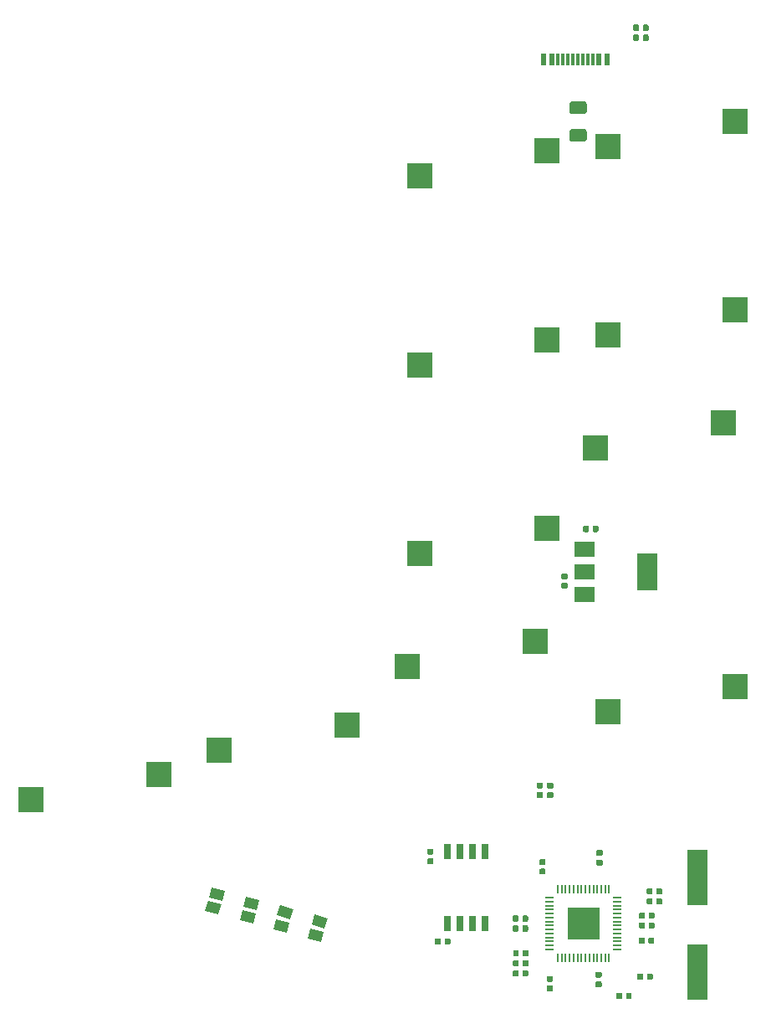
<source format=gbr>
G04 #@! TF.GenerationSoftware,KiCad,Pcbnew,(5.1.4)-1*
G04 #@! TF.CreationDate,2023-02-10T21:16:47-05:00*
G04 #@! TF.ProjectId,ThumbsUp,5468756d-6273-4557-902e-6b696361645f,rev?*
G04 #@! TF.SameCoordinates,Original*
G04 #@! TF.FileFunction,Paste,Bot*
G04 #@! TF.FilePolarity,Positive*
%FSLAX46Y46*%
G04 Gerber Fmt 4.6, Leading zero omitted, Abs format (unit mm)*
G04 Created by KiCad (PCBNEW (5.1.4)-1) date 2023-02-10 21:16:47*
%MOMM*%
%LPD*%
G04 APERTURE LIST*
%ADD10C,0.100000*%
%ADD11C,0.590000*%
%ADD12R,0.600000X1.160000*%
%ADD13R,0.300000X1.160000*%
%ADD14R,2.550000X2.500000*%
%ADD15R,2.100000X5.600000*%
%ADD16R,2.000000X1.500000*%
%ADD17R,2.000000X3.800000*%
%ADD18C,1.050000*%
%ADD19C,1.250000*%
%ADD20R,0.650000X1.650000*%
%ADD21R,3.200000X3.200000*%
%ADD22R,0.850000X0.200000*%
%ADD23R,0.200000X0.850000*%
G04 APERTURE END LIST*
D10*
G36*
X114511958Y-467900710D02*
G01*
X114526276Y-467902834D01*
X114540317Y-467906351D01*
X114553946Y-467911228D01*
X114567031Y-467917417D01*
X114579447Y-467924858D01*
X114591073Y-467933481D01*
X114601798Y-467943202D01*
X114611519Y-467953927D01*
X114620142Y-467965553D01*
X114627583Y-467977969D01*
X114633772Y-467991054D01*
X114638649Y-468004683D01*
X114642166Y-468018724D01*
X114644290Y-468033042D01*
X114645000Y-468047500D01*
X114645000Y-468342500D01*
X114644290Y-468356958D01*
X114642166Y-468371276D01*
X114638649Y-468385317D01*
X114633772Y-468398946D01*
X114627583Y-468412031D01*
X114620142Y-468424447D01*
X114611519Y-468436073D01*
X114601798Y-468446798D01*
X114591073Y-468456519D01*
X114579447Y-468465142D01*
X114567031Y-468472583D01*
X114553946Y-468478772D01*
X114540317Y-468483649D01*
X114526276Y-468487166D01*
X114511958Y-468489290D01*
X114497500Y-468490000D01*
X114152500Y-468490000D01*
X114138042Y-468489290D01*
X114123724Y-468487166D01*
X114109683Y-468483649D01*
X114096054Y-468478772D01*
X114082969Y-468472583D01*
X114070553Y-468465142D01*
X114058927Y-468456519D01*
X114048202Y-468446798D01*
X114038481Y-468436073D01*
X114029858Y-468424447D01*
X114022417Y-468412031D01*
X114016228Y-468398946D01*
X114011351Y-468385317D01*
X114007834Y-468371276D01*
X114005710Y-468356958D01*
X114005000Y-468342500D01*
X114005000Y-468047500D01*
X114005710Y-468033042D01*
X114007834Y-468018724D01*
X114011351Y-468004683D01*
X114016228Y-467991054D01*
X114022417Y-467977969D01*
X114029858Y-467965553D01*
X114038481Y-467953927D01*
X114048202Y-467943202D01*
X114058927Y-467933481D01*
X114070553Y-467924858D01*
X114082969Y-467917417D01*
X114096054Y-467911228D01*
X114109683Y-467906351D01*
X114123724Y-467902834D01*
X114138042Y-467900710D01*
X114152500Y-467900000D01*
X114497500Y-467900000D01*
X114511958Y-467900710D01*
X114511958Y-467900710D01*
G37*
D11*
X114325000Y-468195000D03*
D10*
G36*
X114511958Y-466930710D02*
G01*
X114526276Y-466932834D01*
X114540317Y-466936351D01*
X114553946Y-466941228D01*
X114567031Y-466947417D01*
X114579447Y-466954858D01*
X114591073Y-466963481D01*
X114601798Y-466973202D01*
X114611519Y-466983927D01*
X114620142Y-466995553D01*
X114627583Y-467007969D01*
X114633772Y-467021054D01*
X114638649Y-467034683D01*
X114642166Y-467048724D01*
X114644290Y-467063042D01*
X114645000Y-467077500D01*
X114645000Y-467372500D01*
X114644290Y-467386958D01*
X114642166Y-467401276D01*
X114638649Y-467415317D01*
X114633772Y-467428946D01*
X114627583Y-467442031D01*
X114620142Y-467454447D01*
X114611519Y-467466073D01*
X114601798Y-467476798D01*
X114591073Y-467486519D01*
X114579447Y-467495142D01*
X114567031Y-467502583D01*
X114553946Y-467508772D01*
X114540317Y-467513649D01*
X114526276Y-467517166D01*
X114511958Y-467519290D01*
X114497500Y-467520000D01*
X114152500Y-467520000D01*
X114138042Y-467519290D01*
X114123724Y-467517166D01*
X114109683Y-467513649D01*
X114096054Y-467508772D01*
X114082969Y-467502583D01*
X114070553Y-467495142D01*
X114058927Y-467486519D01*
X114048202Y-467476798D01*
X114038481Y-467466073D01*
X114029858Y-467454447D01*
X114022417Y-467442031D01*
X114016228Y-467428946D01*
X114011351Y-467415317D01*
X114007834Y-467401276D01*
X114005710Y-467386958D01*
X114005000Y-467372500D01*
X114005000Y-467077500D01*
X114005710Y-467063042D01*
X114007834Y-467048724D01*
X114011351Y-467034683D01*
X114016228Y-467021054D01*
X114022417Y-467007969D01*
X114029858Y-466995553D01*
X114038481Y-466983927D01*
X114048202Y-466973202D01*
X114058927Y-466963481D01*
X114070553Y-466954858D01*
X114082969Y-466947417D01*
X114096054Y-466941228D01*
X114109683Y-466936351D01*
X114123724Y-466932834D01*
X114138042Y-466930710D01*
X114152500Y-466930000D01*
X114497500Y-466930000D01*
X114511958Y-466930710D01*
X114511958Y-466930710D01*
G37*
D11*
X114325000Y-467225000D03*
D10*
G36*
X114181958Y-421830710D02*
G01*
X114196276Y-421832834D01*
X114210317Y-421836351D01*
X114223946Y-421841228D01*
X114237031Y-421847417D01*
X114249447Y-421854858D01*
X114261073Y-421863481D01*
X114271798Y-421873202D01*
X114281519Y-421883927D01*
X114290142Y-421895553D01*
X114297583Y-421907969D01*
X114303772Y-421921054D01*
X114308649Y-421934683D01*
X114312166Y-421948724D01*
X114314290Y-421963042D01*
X114315000Y-421977500D01*
X114315000Y-422322500D01*
X114314290Y-422336958D01*
X114312166Y-422351276D01*
X114308649Y-422365317D01*
X114303772Y-422378946D01*
X114297583Y-422392031D01*
X114290142Y-422404447D01*
X114281519Y-422416073D01*
X114271798Y-422426798D01*
X114261073Y-422436519D01*
X114249447Y-422445142D01*
X114237031Y-422452583D01*
X114223946Y-422458772D01*
X114210317Y-422463649D01*
X114196276Y-422467166D01*
X114181958Y-422469290D01*
X114167500Y-422470000D01*
X113872500Y-422470000D01*
X113858042Y-422469290D01*
X113843724Y-422467166D01*
X113829683Y-422463649D01*
X113816054Y-422458772D01*
X113802969Y-422452583D01*
X113790553Y-422445142D01*
X113778927Y-422436519D01*
X113768202Y-422426798D01*
X113758481Y-422416073D01*
X113749858Y-422404447D01*
X113742417Y-422392031D01*
X113736228Y-422378946D01*
X113731351Y-422365317D01*
X113727834Y-422351276D01*
X113725710Y-422336958D01*
X113725000Y-422322500D01*
X113725000Y-421977500D01*
X113725710Y-421963042D01*
X113727834Y-421948724D01*
X113731351Y-421934683D01*
X113736228Y-421921054D01*
X113742417Y-421907969D01*
X113749858Y-421895553D01*
X113758481Y-421883927D01*
X113768202Y-421873202D01*
X113778927Y-421863481D01*
X113790553Y-421854858D01*
X113802969Y-421847417D01*
X113816054Y-421841228D01*
X113829683Y-421836351D01*
X113843724Y-421832834D01*
X113858042Y-421830710D01*
X113872500Y-421830000D01*
X114167500Y-421830000D01*
X114181958Y-421830710D01*
X114181958Y-421830710D01*
G37*
D11*
X114020000Y-422150000D03*
D10*
G36*
X113211958Y-421830710D02*
G01*
X113226276Y-421832834D01*
X113240317Y-421836351D01*
X113253946Y-421841228D01*
X113267031Y-421847417D01*
X113279447Y-421854858D01*
X113291073Y-421863481D01*
X113301798Y-421873202D01*
X113311519Y-421883927D01*
X113320142Y-421895553D01*
X113327583Y-421907969D01*
X113333772Y-421921054D01*
X113338649Y-421934683D01*
X113342166Y-421948724D01*
X113344290Y-421963042D01*
X113345000Y-421977500D01*
X113345000Y-422322500D01*
X113344290Y-422336958D01*
X113342166Y-422351276D01*
X113338649Y-422365317D01*
X113333772Y-422378946D01*
X113327583Y-422392031D01*
X113320142Y-422404447D01*
X113311519Y-422416073D01*
X113301798Y-422426798D01*
X113291073Y-422436519D01*
X113279447Y-422445142D01*
X113267031Y-422452583D01*
X113253946Y-422458772D01*
X113240317Y-422463649D01*
X113226276Y-422467166D01*
X113211958Y-422469290D01*
X113197500Y-422470000D01*
X112902500Y-422470000D01*
X112888042Y-422469290D01*
X112873724Y-422467166D01*
X112859683Y-422463649D01*
X112846054Y-422458772D01*
X112832969Y-422452583D01*
X112820553Y-422445142D01*
X112808927Y-422436519D01*
X112798202Y-422426798D01*
X112788481Y-422416073D01*
X112779858Y-422404447D01*
X112772417Y-422392031D01*
X112766228Y-422378946D01*
X112761351Y-422365317D01*
X112757834Y-422351276D01*
X112755710Y-422336958D01*
X112755000Y-422322500D01*
X112755000Y-421977500D01*
X112755710Y-421963042D01*
X112757834Y-421948724D01*
X112761351Y-421934683D01*
X112766228Y-421921054D01*
X112772417Y-421907969D01*
X112779858Y-421895553D01*
X112788481Y-421883927D01*
X112798202Y-421873202D01*
X112808927Y-421863481D01*
X112820553Y-421854858D01*
X112832969Y-421847417D01*
X112846054Y-421841228D01*
X112859683Y-421836351D01*
X112873724Y-421832834D01*
X112888042Y-421830710D01*
X112902500Y-421830000D01*
X113197500Y-421830000D01*
X113211958Y-421830710D01*
X113211958Y-421830710D01*
G37*
D11*
X113050000Y-422150000D03*
D10*
G36*
X108836958Y-455535710D02*
G01*
X108851276Y-455537834D01*
X108865317Y-455541351D01*
X108878946Y-455546228D01*
X108892031Y-455552417D01*
X108904447Y-455559858D01*
X108916073Y-455568481D01*
X108926798Y-455578202D01*
X108936519Y-455588927D01*
X108945142Y-455600553D01*
X108952583Y-455612969D01*
X108958772Y-455626054D01*
X108963649Y-455639683D01*
X108967166Y-455653724D01*
X108969290Y-455668042D01*
X108970000Y-455682500D01*
X108970000Y-455977500D01*
X108969290Y-455991958D01*
X108967166Y-456006276D01*
X108963649Y-456020317D01*
X108958772Y-456033946D01*
X108952583Y-456047031D01*
X108945142Y-456059447D01*
X108936519Y-456071073D01*
X108926798Y-456081798D01*
X108916073Y-456091519D01*
X108904447Y-456100142D01*
X108892031Y-456107583D01*
X108878946Y-456113772D01*
X108865317Y-456118649D01*
X108851276Y-456122166D01*
X108836958Y-456124290D01*
X108822500Y-456125000D01*
X108477500Y-456125000D01*
X108463042Y-456124290D01*
X108448724Y-456122166D01*
X108434683Y-456118649D01*
X108421054Y-456113772D01*
X108407969Y-456107583D01*
X108395553Y-456100142D01*
X108383927Y-456091519D01*
X108373202Y-456081798D01*
X108363481Y-456071073D01*
X108354858Y-456059447D01*
X108347417Y-456047031D01*
X108341228Y-456033946D01*
X108336351Y-456020317D01*
X108332834Y-456006276D01*
X108330710Y-455991958D01*
X108330000Y-455977500D01*
X108330000Y-455682500D01*
X108330710Y-455668042D01*
X108332834Y-455653724D01*
X108336351Y-455639683D01*
X108341228Y-455626054D01*
X108347417Y-455612969D01*
X108354858Y-455600553D01*
X108363481Y-455588927D01*
X108373202Y-455578202D01*
X108383927Y-455568481D01*
X108395553Y-455559858D01*
X108407969Y-455552417D01*
X108421054Y-455546228D01*
X108434683Y-455541351D01*
X108448724Y-455537834D01*
X108463042Y-455535710D01*
X108477500Y-455535000D01*
X108822500Y-455535000D01*
X108836958Y-455535710D01*
X108836958Y-455535710D01*
G37*
D11*
X108650000Y-455830000D03*
D10*
G36*
X108836958Y-456505710D02*
G01*
X108851276Y-456507834D01*
X108865317Y-456511351D01*
X108878946Y-456516228D01*
X108892031Y-456522417D01*
X108904447Y-456529858D01*
X108916073Y-456538481D01*
X108926798Y-456548202D01*
X108936519Y-456558927D01*
X108945142Y-456570553D01*
X108952583Y-456582969D01*
X108958772Y-456596054D01*
X108963649Y-456609683D01*
X108967166Y-456623724D01*
X108969290Y-456638042D01*
X108970000Y-456652500D01*
X108970000Y-456947500D01*
X108969290Y-456961958D01*
X108967166Y-456976276D01*
X108963649Y-456990317D01*
X108958772Y-457003946D01*
X108952583Y-457017031D01*
X108945142Y-457029447D01*
X108936519Y-457041073D01*
X108926798Y-457051798D01*
X108916073Y-457061519D01*
X108904447Y-457070142D01*
X108892031Y-457077583D01*
X108878946Y-457083772D01*
X108865317Y-457088649D01*
X108851276Y-457092166D01*
X108836958Y-457094290D01*
X108822500Y-457095000D01*
X108477500Y-457095000D01*
X108463042Y-457094290D01*
X108448724Y-457092166D01*
X108434683Y-457088649D01*
X108421054Y-457083772D01*
X108407969Y-457077583D01*
X108395553Y-457070142D01*
X108383927Y-457061519D01*
X108373202Y-457051798D01*
X108363481Y-457041073D01*
X108354858Y-457029447D01*
X108347417Y-457017031D01*
X108341228Y-457003946D01*
X108336351Y-456990317D01*
X108332834Y-456976276D01*
X108330710Y-456961958D01*
X108330000Y-456947500D01*
X108330000Y-456652500D01*
X108330710Y-456638042D01*
X108332834Y-456623724D01*
X108336351Y-456609683D01*
X108341228Y-456596054D01*
X108347417Y-456582969D01*
X108354858Y-456570553D01*
X108363481Y-456558927D01*
X108373202Y-456548202D01*
X108383927Y-456538481D01*
X108395553Y-456529858D01*
X108407969Y-456522417D01*
X108421054Y-456516228D01*
X108434683Y-456511351D01*
X108448724Y-456507834D01*
X108463042Y-456505710D01*
X108477500Y-456505000D01*
X108822500Y-456505000D01*
X108836958Y-456505710D01*
X108836958Y-456505710D01*
G37*
D11*
X108650000Y-456800000D03*
D10*
G36*
X106091958Y-462230710D02*
G01*
X106106276Y-462232834D01*
X106120317Y-462236351D01*
X106133946Y-462241228D01*
X106147031Y-462247417D01*
X106159447Y-462254858D01*
X106171073Y-462263481D01*
X106181798Y-462273202D01*
X106191519Y-462283927D01*
X106200142Y-462295553D01*
X106207583Y-462307969D01*
X106213772Y-462321054D01*
X106218649Y-462334683D01*
X106222166Y-462348724D01*
X106224290Y-462363042D01*
X106225000Y-462377500D01*
X106225000Y-462722500D01*
X106224290Y-462736958D01*
X106222166Y-462751276D01*
X106218649Y-462765317D01*
X106213772Y-462778946D01*
X106207583Y-462792031D01*
X106200142Y-462804447D01*
X106191519Y-462816073D01*
X106181798Y-462826798D01*
X106171073Y-462836519D01*
X106159447Y-462845142D01*
X106147031Y-462852583D01*
X106133946Y-462858772D01*
X106120317Y-462863649D01*
X106106276Y-462867166D01*
X106091958Y-462869290D01*
X106077500Y-462870000D01*
X105782500Y-462870000D01*
X105768042Y-462869290D01*
X105753724Y-462867166D01*
X105739683Y-462863649D01*
X105726054Y-462858772D01*
X105712969Y-462852583D01*
X105700553Y-462845142D01*
X105688927Y-462836519D01*
X105678202Y-462826798D01*
X105668481Y-462816073D01*
X105659858Y-462804447D01*
X105652417Y-462792031D01*
X105646228Y-462778946D01*
X105641351Y-462765317D01*
X105637834Y-462751276D01*
X105635710Y-462736958D01*
X105635000Y-462722500D01*
X105635000Y-462377500D01*
X105635710Y-462363042D01*
X105637834Y-462348724D01*
X105641351Y-462334683D01*
X105646228Y-462321054D01*
X105652417Y-462307969D01*
X105659858Y-462295553D01*
X105668481Y-462283927D01*
X105678202Y-462273202D01*
X105688927Y-462263481D01*
X105700553Y-462254858D01*
X105712969Y-462247417D01*
X105726054Y-462241228D01*
X105739683Y-462236351D01*
X105753724Y-462232834D01*
X105768042Y-462230710D01*
X105782500Y-462230000D01*
X106077500Y-462230000D01*
X106091958Y-462230710D01*
X106091958Y-462230710D01*
G37*
D11*
X105930000Y-462550000D03*
D10*
G36*
X107061958Y-462230710D02*
G01*
X107076276Y-462232834D01*
X107090317Y-462236351D01*
X107103946Y-462241228D01*
X107117031Y-462247417D01*
X107129447Y-462254858D01*
X107141073Y-462263481D01*
X107151798Y-462273202D01*
X107161519Y-462283927D01*
X107170142Y-462295553D01*
X107177583Y-462307969D01*
X107183772Y-462321054D01*
X107188649Y-462334683D01*
X107192166Y-462348724D01*
X107194290Y-462363042D01*
X107195000Y-462377500D01*
X107195000Y-462722500D01*
X107194290Y-462736958D01*
X107192166Y-462751276D01*
X107188649Y-462765317D01*
X107183772Y-462778946D01*
X107177583Y-462792031D01*
X107170142Y-462804447D01*
X107161519Y-462816073D01*
X107151798Y-462826798D01*
X107141073Y-462836519D01*
X107129447Y-462845142D01*
X107117031Y-462852583D01*
X107103946Y-462858772D01*
X107090317Y-462863649D01*
X107076276Y-462867166D01*
X107061958Y-462869290D01*
X107047500Y-462870000D01*
X106752500Y-462870000D01*
X106738042Y-462869290D01*
X106723724Y-462867166D01*
X106709683Y-462863649D01*
X106696054Y-462858772D01*
X106682969Y-462852583D01*
X106670553Y-462845142D01*
X106658927Y-462836519D01*
X106648202Y-462826798D01*
X106638481Y-462816073D01*
X106629858Y-462804447D01*
X106622417Y-462792031D01*
X106616228Y-462778946D01*
X106611351Y-462765317D01*
X106607834Y-462751276D01*
X106605710Y-462736958D01*
X106605000Y-462722500D01*
X106605000Y-462377500D01*
X106605710Y-462363042D01*
X106607834Y-462348724D01*
X106611351Y-462334683D01*
X106616228Y-462321054D01*
X106622417Y-462307969D01*
X106629858Y-462295553D01*
X106638481Y-462283927D01*
X106648202Y-462273202D01*
X106658927Y-462263481D01*
X106670553Y-462254858D01*
X106682969Y-462247417D01*
X106696054Y-462241228D01*
X106709683Y-462236351D01*
X106723724Y-462232834D01*
X106738042Y-462230710D01*
X106752500Y-462230000D01*
X107047500Y-462230000D01*
X107061958Y-462230710D01*
X107061958Y-462230710D01*
G37*
D11*
X106900000Y-462550000D03*
D12*
X115180000Y-374675000D03*
X114380000Y-374675000D03*
X115180000Y-374675000D03*
X114380000Y-374675000D03*
X108780000Y-374675000D03*
X108780000Y-374675000D03*
X109580000Y-374675000D03*
X109580000Y-374675000D03*
D13*
X113730000Y-374675000D03*
X112730000Y-374675000D03*
X113230000Y-374675000D03*
X110730000Y-374675000D03*
X110230000Y-374675000D03*
X112230000Y-374675000D03*
X111730000Y-374675000D03*
X111230000Y-374675000D03*
D10*
G36*
X120631958Y-459505710D02*
G01*
X120646276Y-459507834D01*
X120660317Y-459511351D01*
X120673946Y-459516228D01*
X120687031Y-459522417D01*
X120699447Y-459529858D01*
X120711073Y-459538481D01*
X120721798Y-459548202D01*
X120731519Y-459558927D01*
X120740142Y-459570553D01*
X120747583Y-459582969D01*
X120753772Y-459596054D01*
X120758649Y-459609683D01*
X120762166Y-459623724D01*
X120764290Y-459638042D01*
X120765000Y-459652500D01*
X120765000Y-459997500D01*
X120764290Y-460011958D01*
X120762166Y-460026276D01*
X120758649Y-460040317D01*
X120753772Y-460053946D01*
X120747583Y-460067031D01*
X120740142Y-460079447D01*
X120731519Y-460091073D01*
X120721798Y-460101798D01*
X120711073Y-460111519D01*
X120699447Y-460120142D01*
X120687031Y-460127583D01*
X120673946Y-460133772D01*
X120660317Y-460138649D01*
X120646276Y-460142166D01*
X120631958Y-460144290D01*
X120617500Y-460145000D01*
X120322500Y-460145000D01*
X120308042Y-460144290D01*
X120293724Y-460142166D01*
X120279683Y-460138649D01*
X120266054Y-460133772D01*
X120252969Y-460127583D01*
X120240553Y-460120142D01*
X120228927Y-460111519D01*
X120218202Y-460101798D01*
X120208481Y-460091073D01*
X120199858Y-460079447D01*
X120192417Y-460067031D01*
X120186228Y-460053946D01*
X120181351Y-460040317D01*
X120177834Y-460026276D01*
X120175710Y-460011958D01*
X120175000Y-459997500D01*
X120175000Y-459652500D01*
X120175710Y-459638042D01*
X120177834Y-459623724D01*
X120181351Y-459609683D01*
X120186228Y-459596054D01*
X120192417Y-459582969D01*
X120199858Y-459570553D01*
X120208481Y-459558927D01*
X120218202Y-459548202D01*
X120228927Y-459538481D01*
X120240553Y-459529858D01*
X120252969Y-459522417D01*
X120266054Y-459516228D01*
X120279683Y-459511351D01*
X120293724Y-459507834D01*
X120308042Y-459505710D01*
X120322500Y-459505000D01*
X120617500Y-459505000D01*
X120631958Y-459505710D01*
X120631958Y-459505710D01*
G37*
D11*
X120470000Y-459825000D03*
D10*
G36*
X119661958Y-459505710D02*
G01*
X119676276Y-459507834D01*
X119690317Y-459511351D01*
X119703946Y-459516228D01*
X119717031Y-459522417D01*
X119729447Y-459529858D01*
X119741073Y-459538481D01*
X119751798Y-459548202D01*
X119761519Y-459558927D01*
X119770142Y-459570553D01*
X119777583Y-459582969D01*
X119783772Y-459596054D01*
X119788649Y-459609683D01*
X119792166Y-459623724D01*
X119794290Y-459638042D01*
X119795000Y-459652500D01*
X119795000Y-459997500D01*
X119794290Y-460011958D01*
X119792166Y-460026276D01*
X119788649Y-460040317D01*
X119783772Y-460053946D01*
X119777583Y-460067031D01*
X119770142Y-460079447D01*
X119761519Y-460091073D01*
X119751798Y-460101798D01*
X119741073Y-460111519D01*
X119729447Y-460120142D01*
X119717031Y-460127583D01*
X119703946Y-460133772D01*
X119690317Y-460138649D01*
X119676276Y-460142166D01*
X119661958Y-460144290D01*
X119647500Y-460145000D01*
X119352500Y-460145000D01*
X119338042Y-460144290D01*
X119323724Y-460142166D01*
X119309683Y-460138649D01*
X119296054Y-460133772D01*
X119282969Y-460127583D01*
X119270553Y-460120142D01*
X119258927Y-460111519D01*
X119248202Y-460101798D01*
X119238481Y-460091073D01*
X119229858Y-460079447D01*
X119222417Y-460067031D01*
X119216228Y-460053946D01*
X119211351Y-460040317D01*
X119207834Y-460026276D01*
X119205710Y-460011958D01*
X119205000Y-459997500D01*
X119205000Y-459652500D01*
X119205710Y-459638042D01*
X119207834Y-459623724D01*
X119211351Y-459609683D01*
X119216228Y-459596054D01*
X119222417Y-459582969D01*
X119229858Y-459570553D01*
X119238481Y-459558927D01*
X119248202Y-459548202D01*
X119258927Y-459538481D01*
X119270553Y-459529858D01*
X119282969Y-459522417D01*
X119296054Y-459516228D01*
X119309683Y-459511351D01*
X119323724Y-459507834D01*
X119338042Y-459505710D01*
X119352500Y-459505000D01*
X119647500Y-459505000D01*
X119661958Y-459505710D01*
X119661958Y-459505710D01*
G37*
D11*
X119500000Y-459825000D03*
D10*
G36*
X106121958Y-465750710D02*
G01*
X106136276Y-465752834D01*
X106150317Y-465756351D01*
X106163946Y-465761228D01*
X106177031Y-465767417D01*
X106189447Y-465774858D01*
X106201073Y-465783481D01*
X106211798Y-465793202D01*
X106221519Y-465803927D01*
X106230142Y-465815553D01*
X106237583Y-465827969D01*
X106243772Y-465841054D01*
X106248649Y-465854683D01*
X106252166Y-465868724D01*
X106254290Y-465883042D01*
X106255000Y-465897500D01*
X106255000Y-466242500D01*
X106254290Y-466256958D01*
X106252166Y-466271276D01*
X106248649Y-466285317D01*
X106243772Y-466298946D01*
X106237583Y-466312031D01*
X106230142Y-466324447D01*
X106221519Y-466336073D01*
X106211798Y-466346798D01*
X106201073Y-466356519D01*
X106189447Y-466365142D01*
X106177031Y-466372583D01*
X106163946Y-466378772D01*
X106150317Y-466383649D01*
X106136276Y-466387166D01*
X106121958Y-466389290D01*
X106107500Y-466390000D01*
X105812500Y-466390000D01*
X105798042Y-466389290D01*
X105783724Y-466387166D01*
X105769683Y-466383649D01*
X105756054Y-466378772D01*
X105742969Y-466372583D01*
X105730553Y-466365142D01*
X105718927Y-466356519D01*
X105708202Y-466346798D01*
X105698481Y-466336073D01*
X105689858Y-466324447D01*
X105682417Y-466312031D01*
X105676228Y-466298946D01*
X105671351Y-466285317D01*
X105667834Y-466271276D01*
X105665710Y-466256958D01*
X105665000Y-466242500D01*
X105665000Y-465897500D01*
X105665710Y-465883042D01*
X105667834Y-465868724D01*
X105671351Y-465854683D01*
X105676228Y-465841054D01*
X105682417Y-465827969D01*
X105689858Y-465815553D01*
X105698481Y-465803927D01*
X105708202Y-465793202D01*
X105718927Y-465783481D01*
X105730553Y-465774858D01*
X105742969Y-465767417D01*
X105756054Y-465761228D01*
X105769683Y-465756351D01*
X105783724Y-465752834D01*
X105798042Y-465750710D01*
X105812500Y-465750000D01*
X106107500Y-465750000D01*
X106121958Y-465750710D01*
X106121958Y-465750710D01*
G37*
D11*
X105960000Y-466070000D03*
D10*
G36*
X107091958Y-465750710D02*
G01*
X107106276Y-465752834D01*
X107120317Y-465756351D01*
X107133946Y-465761228D01*
X107147031Y-465767417D01*
X107159447Y-465774858D01*
X107171073Y-465783481D01*
X107181798Y-465793202D01*
X107191519Y-465803927D01*
X107200142Y-465815553D01*
X107207583Y-465827969D01*
X107213772Y-465841054D01*
X107218649Y-465854683D01*
X107222166Y-465868724D01*
X107224290Y-465883042D01*
X107225000Y-465897500D01*
X107225000Y-466242500D01*
X107224290Y-466256958D01*
X107222166Y-466271276D01*
X107218649Y-466285317D01*
X107213772Y-466298946D01*
X107207583Y-466312031D01*
X107200142Y-466324447D01*
X107191519Y-466336073D01*
X107181798Y-466346798D01*
X107171073Y-466356519D01*
X107159447Y-466365142D01*
X107147031Y-466372583D01*
X107133946Y-466378772D01*
X107120317Y-466383649D01*
X107106276Y-466387166D01*
X107091958Y-466389290D01*
X107077500Y-466390000D01*
X106782500Y-466390000D01*
X106768042Y-466389290D01*
X106753724Y-466387166D01*
X106739683Y-466383649D01*
X106726054Y-466378772D01*
X106712969Y-466372583D01*
X106700553Y-466365142D01*
X106688927Y-466356519D01*
X106678202Y-466346798D01*
X106668481Y-466336073D01*
X106659858Y-466324447D01*
X106652417Y-466312031D01*
X106646228Y-466298946D01*
X106641351Y-466285317D01*
X106637834Y-466271276D01*
X106635710Y-466256958D01*
X106635000Y-466242500D01*
X106635000Y-465897500D01*
X106635710Y-465883042D01*
X106637834Y-465868724D01*
X106641351Y-465854683D01*
X106646228Y-465841054D01*
X106652417Y-465827969D01*
X106659858Y-465815553D01*
X106668481Y-465803927D01*
X106678202Y-465793202D01*
X106688927Y-465783481D01*
X106700553Y-465774858D01*
X106712969Y-465767417D01*
X106726054Y-465761228D01*
X106739683Y-465756351D01*
X106753724Y-465752834D01*
X106768042Y-465750710D01*
X106782500Y-465750000D01*
X107077500Y-465750000D01*
X107091958Y-465750710D01*
X107091958Y-465750710D01*
G37*
D11*
X106930000Y-466070000D03*
D10*
G36*
X120631958Y-458480710D02*
G01*
X120646276Y-458482834D01*
X120660317Y-458486351D01*
X120673946Y-458491228D01*
X120687031Y-458497417D01*
X120699447Y-458504858D01*
X120711073Y-458513481D01*
X120721798Y-458523202D01*
X120731519Y-458533927D01*
X120740142Y-458545553D01*
X120747583Y-458557969D01*
X120753772Y-458571054D01*
X120758649Y-458584683D01*
X120762166Y-458598724D01*
X120764290Y-458613042D01*
X120765000Y-458627500D01*
X120765000Y-458972500D01*
X120764290Y-458986958D01*
X120762166Y-459001276D01*
X120758649Y-459015317D01*
X120753772Y-459028946D01*
X120747583Y-459042031D01*
X120740142Y-459054447D01*
X120731519Y-459066073D01*
X120721798Y-459076798D01*
X120711073Y-459086519D01*
X120699447Y-459095142D01*
X120687031Y-459102583D01*
X120673946Y-459108772D01*
X120660317Y-459113649D01*
X120646276Y-459117166D01*
X120631958Y-459119290D01*
X120617500Y-459120000D01*
X120322500Y-459120000D01*
X120308042Y-459119290D01*
X120293724Y-459117166D01*
X120279683Y-459113649D01*
X120266054Y-459108772D01*
X120252969Y-459102583D01*
X120240553Y-459095142D01*
X120228927Y-459086519D01*
X120218202Y-459076798D01*
X120208481Y-459066073D01*
X120199858Y-459054447D01*
X120192417Y-459042031D01*
X120186228Y-459028946D01*
X120181351Y-459015317D01*
X120177834Y-459001276D01*
X120175710Y-458986958D01*
X120175000Y-458972500D01*
X120175000Y-458627500D01*
X120175710Y-458613042D01*
X120177834Y-458598724D01*
X120181351Y-458584683D01*
X120186228Y-458571054D01*
X120192417Y-458557969D01*
X120199858Y-458545553D01*
X120208481Y-458533927D01*
X120218202Y-458523202D01*
X120228927Y-458513481D01*
X120240553Y-458504858D01*
X120252969Y-458497417D01*
X120266054Y-458491228D01*
X120279683Y-458486351D01*
X120293724Y-458482834D01*
X120308042Y-458480710D01*
X120322500Y-458480000D01*
X120617500Y-458480000D01*
X120631958Y-458480710D01*
X120631958Y-458480710D01*
G37*
D11*
X120470000Y-458800000D03*
D10*
G36*
X119661958Y-458480710D02*
G01*
X119676276Y-458482834D01*
X119690317Y-458486351D01*
X119703946Y-458491228D01*
X119717031Y-458497417D01*
X119729447Y-458504858D01*
X119741073Y-458513481D01*
X119751798Y-458523202D01*
X119761519Y-458533927D01*
X119770142Y-458545553D01*
X119777583Y-458557969D01*
X119783772Y-458571054D01*
X119788649Y-458584683D01*
X119792166Y-458598724D01*
X119794290Y-458613042D01*
X119795000Y-458627500D01*
X119795000Y-458972500D01*
X119794290Y-458986958D01*
X119792166Y-459001276D01*
X119788649Y-459015317D01*
X119783772Y-459028946D01*
X119777583Y-459042031D01*
X119770142Y-459054447D01*
X119761519Y-459066073D01*
X119751798Y-459076798D01*
X119741073Y-459086519D01*
X119729447Y-459095142D01*
X119717031Y-459102583D01*
X119703946Y-459108772D01*
X119690317Y-459113649D01*
X119676276Y-459117166D01*
X119661958Y-459119290D01*
X119647500Y-459120000D01*
X119352500Y-459120000D01*
X119338042Y-459119290D01*
X119323724Y-459117166D01*
X119309683Y-459113649D01*
X119296054Y-459108772D01*
X119282969Y-459102583D01*
X119270553Y-459095142D01*
X119258927Y-459086519D01*
X119248202Y-459076798D01*
X119238481Y-459066073D01*
X119229858Y-459054447D01*
X119222417Y-459042031D01*
X119216228Y-459028946D01*
X119211351Y-459015317D01*
X119207834Y-459001276D01*
X119205710Y-458986958D01*
X119205000Y-458972500D01*
X119205000Y-458627500D01*
X119205710Y-458613042D01*
X119207834Y-458598724D01*
X119211351Y-458584683D01*
X119216228Y-458571054D01*
X119222417Y-458557969D01*
X119229858Y-458545553D01*
X119238481Y-458533927D01*
X119248202Y-458523202D01*
X119258927Y-458513481D01*
X119270553Y-458504858D01*
X119282969Y-458497417D01*
X119296054Y-458491228D01*
X119309683Y-458486351D01*
X119323724Y-458482834D01*
X119338042Y-458480710D01*
X119352500Y-458480000D01*
X119647500Y-458480000D01*
X119661958Y-458480710D01*
X119661958Y-458480710D01*
G37*
D11*
X119500000Y-458800000D03*
D10*
G36*
X117556958Y-469055710D02*
G01*
X117571276Y-469057834D01*
X117585317Y-469061351D01*
X117598946Y-469066228D01*
X117612031Y-469072417D01*
X117624447Y-469079858D01*
X117636073Y-469088481D01*
X117646798Y-469098202D01*
X117656519Y-469108927D01*
X117665142Y-469120553D01*
X117672583Y-469132969D01*
X117678772Y-469146054D01*
X117683649Y-469159683D01*
X117687166Y-469173724D01*
X117689290Y-469188042D01*
X117690000Y-469202500D01*
X117690000Y-469547500D01*
X117689290Y-469561958D01*
X117687166Y-469576276D01*
X117683649Y-469590317D01*
X117678772Y-469603946D01*
X117672583Y-469617031D01*
X117665142Y-469629447D01*
X117656519Y-469641073D01*
X117646798Y-469651798D01*
X117636073Y-469661519D01*
X117624447Y-469670142D01*
X117612031Y-469677583D01*
X117598946Y-469683772D01*
X117585317Y-469688649D01*
X117571276Y-469692166D01*
X117556958Y-469694290D01*
X117542500Y-469695000D01*
X117247500Y-469695000D01*
X117233042Y-469694290D01*
X117218724Y-469692166D01*
X117204683Y-469688649D01*
X117191054Y-469683772D01*
X117177969Y-469677583D01*
X117165553Y-469670142D01*
X117153927Y-469661519D01*
X117143202Y-469651798D01*
X117133481Y-469641073D01*
X117124858Y-469629447D01*
X117117417Y-469617031D01*
X117111228Y-469603946D01*
X117106351Y-469590317D01*
X117102834Y-469576276D01*
X117100710Y-469561958D01*
X117100000Y-469547500D01*
X117100000Y-469202500D01*
X117100710Y-469188042D01*
X117102834Y-469173724D01*
X117106351Y-469159683D01*
X117111228Y-469146054D01*
X117117417Y-469132969D01*
X117124858Y-469120553D01*
X117133481Y-469108927D01*
X117143202Y-469098202D01*
X117153927Y-469088481D01*
X117165553Y-469079858D01*
X117177969Y-469072417D01*
X117191054Y-469066228D01*
X117204683Y-469061351D01*
X117218724Y-469057834D01*
X117233042Y-469055710D01*
X117247500Y-469055000D01*
X117542500Y-469055000D01*
X117556958Y-469055710D01*
X117556958Y-469055710D01*
G37*
D11*
X117395000Y-469375000D03*
D10*
G36*
X116586958Y-469055710D02*
G01*
X116601276Y-469057834D01*
X116615317Y-469061351D01*
X116628946Y-469066228D01*
X116642031Y-469072417D01*
X116654447Y-469079858D01*
X116666073Y-469088481D01*
X116676798Y-469098202D01*
X116686519Y-469108927D01*
X116695142Y-469120553D01*
X116702583Y-469132969D01*
X116708772Y-469146054D01*
X116713649Y-469159683D01*
X116717166Y-469173724D01*
X116719290Y-469188042D01*
X116720000Y-469202500D01*
X116720000Y-469547500D01*
X116719290Y-469561958D01*
X116717166Y-469576276D01*
X116713649Y-469590317D01*
X116708772Y-469603946D01*
X116702583Y-469617031D01*
X116695142Y-469629447D01*
X116686519Y-469641073D01*
X116676798Y-469651798D01*
X116666073Y-469661519D01*
X116654447Y-469670142D01*
X116642031Y-469677583D01*
X116628946Y-469683772D01*
X116615317Y-469688649D01*
X116601276Y-469692166D01*
X116586958Y-469694290D01*
X116572500Y-469695000D01*
X116277500Y-469695000D01*
X116263042Y-469694290D01*
X116248724Y-469692166D01*
X116234683Y-469688649D01*
X116221054Y-469683772D01*
X116207969Y-469677583D01*
X116195553Y-469670142D01*
X116183927Y-469661519D01*
X116173202Y-469651798D01*
X116163481Y-469641073D01*
X116154858Y-469629447D01*
X116147417Y-469617031D01*
X116141228Y-469603946D01*
X116136351Y-469590317D01*
X116132834Y-469576276D01*
X116130710Y-469561958D01*
X116130000Y-469547500D01*
X116130000Y-469202500D01*
X116130710Y-469188042D01*
X116132834Y-469173724D01*
X116136351Y-469159683D01*
X116141228Y-469146054D01*
X116147417Y-469132969D01*
X116154858Y-469120553D01*
X116163481Y-469108927D01*
X116173202Y-469098202D01*
X116183927Y-469088481D01*
X116195553Y-469079858D01*
X116207969Y-469072417D01*
X116221054Y-469066228D01*
X116234683Y-469061351D01*
X116248724Y-469057834D01*
X116263042Y-469055710D01*
X116277500Y-469055000D01*
X116572500Y-469055000D01*
X116586958Y-469055710D01*
X116586958Y-469055710D01*
G37*
D11*
X116425000Y-469375000D03*
D10*
G36*
X118711958Y-467105710D02*
G01*
X118726276Y-467107834D01*
X118740317Y-467111351D01*
X118753946Y-467116228D01*
X118767031Y-467122417D01*
X118779447Y-467129858D01*
X118791073Y-467138481D01*
X118801798Y-467148202D01*
X118811519Y-467158927D01*
X118820142Y-467170553D01*
X118827583Y-467182969D01*
X118833772Y-467196054D01*
X118838649Y-467209683D01*
X118842166Y-467223724D01*
X118844290Y-467238042D01*
X118845000Y-467252500D01*
X118845000Y-467597500D01*
X118844290Y-467611958D01*
X118842166Y-467626276D01*
X118838649Y-467640317D01*
X118833772Y-467653946D01*
X118827583Y-467667031D01*
X118820142Y-467679447D01*
X118811519Y-467691073D01*
X118801798Y-467701798D01*
X118791073Y-467711519D01*
X118779447Y-467720142D01*
X118767031Y-467727583D01*
X118753946Y-467733772D01*
X118740317Y-467738649D01*
X118726276Y-467742166D01*
X118711958Y-467744290D01*
X118697500Y-467745000D01*
X118402500Y-467745000D01*
X118388042Y-467744290D01*
X118373724Y-467742166D01*
X118359683Y-467738649D01*
X118346054Y-467733772D01*
X118332969Y-467727583D01*
X118320553Y-467720142D01*
X118308927Y-467711519D01*
X118298202Y-467701798D01*
X118288481Y-467691073D01*
X118279858Y-467679447D01*
X118272417Y-467667031D01*
X118266228Y-467653946D01*
X118261351Y-467640317D01*
X118257834Y-467626276D01*
X118255710Y-467611958D01*
X118255000Y-467597500D01*
X118255000Y-467252500D01*
X118255710Y-467238042D01*
X118257834Y-467223724D01*
X118261351Y-467209683D01*
X118266228Y-467196054D01*
X118272417Y-467182969D01*
X118279858Y-467170553D01*
X118288481Y-467158927D01*
X118298202Y-467148202D01*
X118308927Y-467138481D01*
X118320553Y-467129858D01*
X118332969Y-467122417D01*
X118346054Y-467116228D01*
X118359683Y-467111351D01*
X118373724Y-467107834D01*
X118388042Y-467105710D01*
X118402500Y-467105000D01*
X118697500Y-467105000D01*
X118711958Y-467105710D01*
X118711958Y-467105710D01*
G37*
D11*
X118550000Y-467425000D03*
D10*
G36*
X119681958Y-467105710D02*
G01*
X119696276Y-467107834D01*
X119710317Y-467111351D01*
X119723946Y-467116228D01*
X119737031Y-467122417D01*
X119749447Y-467129858D01*
X119761073Y-467138481D01*
X119771798Y-467148202D01*
X119781519Y-467158927D01*
X119790142Y-467170553D01*
X119797583Y-467182969D01*
X119803772Y-467196054D01*
X119808649Y-467209683D01*
X119812166Y-467223724D01*
X119814290Y-467238042D01*
X119815000Y-467252500D01*
X119815000Y-467597500D01*
X119814290Y-467611958D01*
X119812166Y-467626276D01*
X119808649Y-467640317D01*
X119803772Y-467653946D01*
X119797583Y-467667031D01*
X119790142Y-467679447D01*
X119781519Y-467691073D01*
X119771798Y-467701798D01*
X119761073Y-467711519D01*
X119749447Y-467720142D01*
X119737031Y-467727583D01*
X119723946Y-467733772D01*
X119710317Y-467738649D01*
X119696276Y-467742166D01*
X119681958Y-467744290D01*
X119667500Y-467745000D01*
X119372500Y-467745000D01*
X119358042Y-467744290D01*
X119343724Y-467742166D01*
X119329683Y-467738649D01*
X119316054Y-467733772D01*
X119302969Y-467727583D01*
X119290553Y-467720142D01*
X119278927Y-467711519D01*
X119268202Y-467701798D01*
X119258481Y-467691073D01*
X119249858Y-467679447D01*
X119242417Y-467667031D01*
X119236228Y-467653946D01*
X119231351Y-467640317D01*
X119227834Y-467626276D01*
X119225710Y-467611958D01*
X119225000Y-467597500D01*
X119225000Y-467252500D01*
X119225710Y-467238042D01*
X119227834Y-467223724D01*
X119231351Y-467209683D01*
X119236228Y-467196054D01*
X119242417Y-467182969D01*
X119249858Y-467170553D01*
X119258481Y-467158927D01*
X119268202Y-467148202D01*
X119278927Y-467138481D01*
X119290553Y-467129858D01*
X119302969Y-467122417D01*
X119316054Y-467116228D01*
X119329683Y-467111351D01*
X119343724Y-467107834D01*
X119358042Y-467105710D01*
X119372500Y-467105000D01*
X119667500Y-467105000D01*
X119681958Y-467105710D01*
X119681958Y-467105710D01*
G37*
D11*
X119520000Y-467425000D03*
D10*
G36*
X109612958Y-447797710D02*
G01*
X109627276Y-447799834D01*
X109641317Y-447803351D01*
X109654946Y-447808228D01*
X109668031Y-447814417D01*
X109680447Y-447821858D01*
X109692073Y-447830481D01*
X109702798Y-447840202D01*
X109712519Y-447850927D01*
X109721142Y-447862553D01*
X109728583Y-447874969D01*
X109734772Y-447888054D01*
X109739649Y-447901683D01*
X109743166Y-447915724D01*
X109745290Y-447930042D01*
X109746000Y-447944500D01*
X109746000Y-448239500D01*
X109745290Y-448253958D01*
X109743166Y-448268276D01*
X109739649Y-448282317D01*
X109734772Y-448295946D01*
X109728583Y-448309031D01*
X109721142Y-448321447D01*
X109712519Y-448333073D01*
X109702798Y-448343798D01*
X109692073Y-448353519D01*
X109680447Y-448362142D01*
X109668031Y-448369583D01*
X109654946Y-448375772D01*
X109641317Y-448380649D01*
X109627276Y-448384166D01*
X109612958Y-448386290D01*
X109598500Y-448387000D01*
X109253500Y-448387000D01*
X109239042Y-448386290D01*
X109224724Y-448384166D01*
X109210683Y-448380649D01*
X109197054Y-448375772D01*
X109183969Y-448369583D01*
X109171553Y-448362142D01*
X109159927Y-448353519D01*
X109149202Y-448343798D01*
X109139481Y-448333073D01*
X109130858Y-448321447D01*
X109123417Y-448309031D01*
X109117228Y-448295946D01*
X109112351Y-448282317D01*
X109108834Y-448268276D01*
X109106710Y-448253958D01*
X109106000Y-448239500D01*
X109106000Y-447944500D01*
X109106710Y-447930042D01*
X109108834Y-447915724D01*
X109112351Y-447901683D01*
X109117228Y-447888054D01*
X109123417Y-447874969D01*
X109130858Y-447862553D01*
X109139481Y-447850927D01*
X109149202Y-447840202D01*
X109159927Y-447830481D01*
X109171553Y-447821858D01*
X109183969Y-447814417D01*
X109197054Y-447808228D01*
X109210683Y-447803351D01*
X109224724Y-447799834D01*
X109239042Y-447797710D01*
X109253500Y-447797000D01*
X109598500Y-447797000D01*
X109612958Y-447797710D01*
X109612958Y-447797710D01*
G37*
D11*
X109426000Y-448092000D03*
D10*
G36*
X109612958Y-448767710D02*
G01*
X109627276Y-448769834D01*
X109641317Y-448773351D01*
X109654946Y-448778228D01*
X109668031Y-448784417D01*
X109680447Y-448791858D01*
X109692073Y-448800481D01*
X109702798Y-448810202D01*
X109712519Y-448820927D01*
X109721142Y-448832553D01*
X109728583Y-448844969D01*
X109734772Y-448858054D01*
X109739649Y-448871683D01*
X109743166Y-448885724D01*
X109745290Y-448900042D01*
X109746000Y-448914500D01*
X109746000Y-449209500D01*
X109745290Y-449223958D01*
X109743166Y-449238276D01*
X109739649Y-449252317D01*
X109734772Y-449265946D01*
X109728583Y-449279031D01*
X109721142Y-449291447D01*
X109712519Y-449303073D01*
X109702798Y-449313798D01*
X109692073Y-449323519D01*
X109680447Y-449332142D01*
X109668031Y-449339583D01*
X109654946Y-449345772D01*
X109641317Y-449350649D01*
X109627276Y-449354166D01*
X109612958Y-449356290D01*
X109598500Y-449357000D01*
X109253500Y-449357000D01*
X109239042Y-449356290D01*
X109224724Y-449354166D01*
X109210683Y-449350649D01*
X109197054Y-449345772D01*
X109183969Y-449339583D01*
X109171553Y-449332142D01*
X109159927Y-449323519D01*
X109149202Y-449313798D01*
X109139481Y-449303073D01*
X109130858Y-449291447D01*
X109123417Y-449279031D01*
X109117228Y-449265946D01*
X109112351Y-449252317D01*
X109108834Y-449238276D01*
X109106710Y-449223958D01*
X109106000Y-449209500D01*
X109106000Y-448914500D01*
X109106710Y-448900042D01*
X109108834Y-448885724D01*
X109112351Y-448871683D01*
X109117228Y-448858054D01*
X109123417Y-448844969D01*
X109130858Y-448832553D01*
X109139481Y-448820927D01*
X109149202Y-448810202D01*
X109159927Y-448800481D01*
X109171553Y-448791858D01*
X109183969Y-448784417D01*
X109197054Y-448778228D01*
X109210683Y-448773351D01*
X109224724Y-448769834D01*
X109239042Y-448767710D01*
X109253500Y-448767000D01*
X109598500Y-448767000D01*
X109612958Y-448767710D01*
X109612958Y-448767710D01*
G37*
D11*
X109426000Y-449062000D03*
D10*
G36*
X108562958Y-447797710D02*
G01*
X108577276Y-447799834D01*
X108591317Y-447803351D01*
X108604946Y-447808228D01*
X108618031Y-447814417D01*
X108630447Y-447821858D01*
X108642073Y-447830481D01*
X108652798Y-447840202D01*
X108662519Y-447850927D01*
X108671142Y-447862553D01*
X108678583Y-447874969D01*
X108684772Y-447888054D01*
X108689649Y-447901683D01*
X108693166Y-447915724D01*
X108695290Y-447930042D01*
X108696000Y-447944500D01*
X108696000Y-448239500D01*
X108695290Y-448253958D01*
X108693166Y-448268276D01*
X108689649Y-448282317D01*
X108684772Y-448295946D01*
X108678583Y-448309031D01*
X108671142Y-448321447D01*
X108662519Y-448333073D01*
X108652798Y-448343798D01*
X108642073Y-448353519D01*
X108630447Y-448362142D01*
X108618031Y-448369583D01*
X108604946Y-448375772D01*
X108591317Y-448380649D01*
X108577276Y-448384166D01*
X108562958Y-448386290D01*
X108548500Y-448387000D01*
X108203500Y-448387000D01*
X108189042Y-448386290D01*
X108174724Y-448384166D01*
X108160683Y-448380649D01*
X108147054Y-448375772D01*
X108133969Y-448369583D01*
X108121553Y-448362142D01*
X108109927Y-448353519D01*
X108099202Y-448343798D01*
X108089481Y-448333073D01*
X108080858Y-448321447D01*
X108073417Y-448309031D01*
X108067228Y-448295946D01*
X108062351Y-448282317D01*
X108058834Y-448268276D01*
X108056710Y-448253958D01*
X108056000Y-448239500D01*
X108056000Y-447944500D01*
X108056710Y-447930042D01*
X108058834Y-447915724D01*
X108062351Y-447901683D01*
X108067228Y-447888054D01*
X108073417Y-447874969D01*
X108080858Y-447862553D01*
X108089481Y-447850927D01*
X108099202Y-447840202D01*
X108109927Y-447830481D01*
X108121553Y-447821858D01*
X108133969Y-447814417D01*
X108147054Y-447808228D01*
X108160683Y-447803351D01*
X108174724Y-447799834D01*
X108189042Y-447797710D01*
X108203500Y-447797000D01*
X108548500Y-447797000D01*
X108562958Y-447797710D01*
X108562958Y-447797710D01*
G37*
D11*
X108376000Y-448092000D03*
D10*
G36*
X108562958Y-448767710D02*
G01*
X108577276Y-448769834D01*
X108591317Y-448773351D01*
X108604946Y-448778228D01*
X108618031Y-448784417D01*
X108630447Y-448791858D01*
X108642073Y-448800481D01*
X108652798Y-448810202D01*
X108662519Y-448820927D01*
X108671142Y-448832553D01*
X108678583Y-448844969D01*
X108684772Y-448858054D01*
X108689649Y-448871683D01*
X108693166Y-448885724D01*
X108695290Y-448900042D01*
X108696000Y-448914500D01*
X108696000Y-449209500D01*
X108695290Y-449223958D01*
X108693166Y-449238276D01*
X108689649Y-449252317D01*
X108684772Y-449265946D01*
X108678583Y-449279031D01*
X108671142Y-449291447D01*
X108662519Y-449303073D01*
X108652798Y-449313798D01*
X108642073Y-449323519D01*
X108630447Y-449332142D01*
X108618031Y-449339583D01*
X108604946Y-449345772D01*
X108591317Y-449350649D01*
X108577276Y-449354166D01*
X108562958Y-449356290D01*
X108548500Y-449357000D01*
X108203500Y-449357000D01*
X108189042Y-449356290D01*
X108174724Y-449354166D01*
X108160683Y-449350649D01*
X108147054Y-449345772D01*
X108133969Y-449339583D01*
X108121553Y-449332142D01*
X108109927Y-449323519D01*
X108099202Y-449313798D01*
X108089481Y-449303073D01*
X108080858Y-449291447D01*
X108073417Y-449279031D01*
X108067228Y-449265946D01*
X108062351Y-449252317D01*
X108058834Y-449238276D01*
X108056710Y-449223958D01*
X108056000Y-449209500D01*
X108056000Y-448914500D01*
X108056710Y-448900042D01*
X108058834Y-448885724D01*
X108062351Y-448871683D01*
X108067228Y-448858054D01*
X108073417Y-448844969D01*
X108080858Y-448832553D01*
X108089481Y-448820927D01*
X108099202Y-448810202D01*
X108109927Y-448800481D01*
X108121553Y-448791858D01*
X108133969Y-448784417D01*
X108147054Y-448778228D01*
X108160683Y-448773351D01*
X108174724Y-448769834D01*
X108189042Y-448767710D01*
X108203500Y-448767000D01*
X108548500Y-448767000D01*
X108562958Y-448767710D01*
X108562958Y-448767710D01*
G37*
D11*
X108376000Y-449062000D03*
D14*
X96190790Y-405542952D03*
X109117790Y-403002952D03*
X56847789Y-449522952D03*
X69774789Y-446982952D03*
X75897789Y-444522953D03*
X88824789Y-441982953D03*
X109117789Y-422052952D03*
X96190789Y-424592952D03*
D15*
X124350000Y-457425000D03*
X124350000Y-466925000D03*
D16*
X112925000Y-428800000D03*
X112925000Y-424200000D03*
X112925000Y-426500000D03*
D17*
X119225000Y-426500000D03*
D18*
X82224713Y-462300593D03*
D10*
G36*
X82764981Y-462988877D02*
G01*
X81412685Y-462626531D01*
X81684445Y-461612309D01*
X83036741Y-461974655D01*
X82764981Y-462988877D01*
X82764981Y-462988877D01*
G37*
D18*
X85702046Y-463232342D03*
D10*
G36*
X86242314Y-463920626D02*
G01*
X84890018Y-463558280D01*
X85161778Y-462544058D01*
X86514074Y-462906404D01*
X86242314Y-463920626D01*
X86242314Y-463920626D01*
G37*
D18*
X82600000Y-460900000D03*
D10*
G36*
X83140268Y-461588284D02*
G01*
X81787972Y-461225938D01*
X82059732Y-460211716D01*
X83412028Y-460574062D01*
X83140268Y-461588284D01*
X83140268Y-461588284D01*
G37*
D18*
X86077333Y-461831749D03*
D10*
G36*
X86617601Y-462520033D02*
G01*
X85265305Y-462157687D01*
X85537065Y-461143465D01*
X86889361Y-461505811D01*
X86617601Y-462520033D01*
X86617601Y-462520033D01*
G37*
G36*
X112899504Y-378926204D02*
G01*
X112923773Y-378929804D01*
X112947571Y-378935765D01*
X112970671Y-378944030D01*
X112992849Y-378954520D01*
X113013893Y-378967133D01*
X113033598Y-378981747D01*
X113051777Y-378998223D01*
X113068253Y-379016402D01*
X113082867Y-379036107D01*
X113095480Y-379057151D01*
X113105970Y-379079329D01*
X113114235Y-379102429D01*
X113120196Y-379126227D01*
X113123796Y-379150496D01*
X113125000Y-379175000D01*
X113125000Y-379925000D01*
X113123796Y-379949504D01*
X113120196Y-379973773D01*
X113114235Y-379997571D01*
X113105970Y-380020671D01*
X113095480Y-380042849D01*
X113082867Y-380063893D01*
X113068253Y-380083598D01*
X113051777Y-380101777D01*
X113033598Y-380118253D01*
X113013893Y-380132867D01*
X112992849Y-380145480D01*
X112970671Y-380155970D01*
X112947571Y-380164235D01*
X112923773Y-380170196D01*
X112899504Y-380173796D01*
X112875000Y-380175000D01*
X111625000Y-380175000D01*
X111600496Y-380173796D01*
X111576227Y-380170196D01*
X111552429Y-380164235D01*
X111529329Y-380155970D01*
X111507151Y-380145480D01*
X111486107Y-380132867D01*
X111466402Y-380118253D01*
X111448223Y-380101777D01*
X111431747Y-380083598D01*
X111417133Y-380063893D01*
X111404520Y-380042849D01*
X111394030Y-380020671D01*
X111385765Y-379997571D01*
X111379804Y-379973773D01*
X111376204Y-379949504D01*
X111375000Y-379925000D01*
X111375000Y-379175000D01*
X111376204Y-379150496D01*
X111379804Y-379126227D01*
X111385765Y-379102429D01*
X111394030Y-379079329D01*
X111404520Y-379057151D01*
X111417133Y-379036107D01*
X111431747Y-379016402D01*
X111448223Y-378998223D01*
X111466402Y-378981747D01*
X111486107Y-378967133D01*
X111507151Y-378954520D01*
X111529329Y-378944030D01*
X111552429Y-378935765D01*
X111576227Y-378929804D01*
X111600496Y-378926204D01*
X111625000Y-378925000D01*
X112875000Y-378925000D01*
X112899504Y-378926204D01*
X112899504Y-378926204D01*
G37*
D19*
X112250000Y-379550000D03*
D10*
G36*
X112899504Y-381726204D02*
G01*
X112923773Y-381729804D01*
X112947571Y-381735765D01*
X112970671Y-381744030D01*
X112992849Y-381754520D01*
X113013893Y-381767133D01*
X113033598Y-381781747D01*
X113051777Y-381798223D01*
X113068253Y-381816402D01*
X113082867Y-381836107D01*
X113095480Y-381857151D01*
X113105970Y-381879329D01*
X113114235Y-381902429D01*
X113120196Y-381926227D01*
X113123796Y-381950496D01*
X113125000Y-381975000D01*
X113125000Y-382725000D01*
X113123796Y-382749504D01*
X113120196Y-382773773D01*
X113114235Y-382797571D01*
X113105970Y-382820671D01*
X113095480Y-382842849D01*
X113082867Y-382863893D01*
X113068253Y-382883598D01*
X113051777Y-382901777D01*
X113033598Y-382918253D01*
X113013893Y-382932867D01*
X112992849Y-382945480D01*
X112970671Y-382955970D01*
X112947571Y-382964235D01*
X112923773Y-382970196D01*
X112899504Y-382973796D01*
X112875000Y-382975000D01*
X111625000Y-382975000D01*
X111600496Y-382973796D01*
X111576227Y-382970196D01*
X111552429Y-382964235D01*
X111529329Y-382955970D01*
X111507151Y-382945480D01*
X111486107Y-382932867D01*
X111466402Y-382918253D01*
X111448223Y-382901777D01*
X111431747Y-382883598D01*
X111417133Y-382863893D01*
X111404520Y-382842849D01*
X111394030Y-382820671D01*
X111385765Y-382797571D01*
X111379804Y-382773773D01*
X111376204Y-382749504D01*
X111375000Y-382725000D01*
X111375000Y-381975000D01*
X111376204Y-381950496D01*
X111379804Y-381926227D01*
X111385765Y-381902429D01*
X111394030Y-381879329D01*
X111404520Y-381857151D01*
X111417133Y-381836107D01*
X111431747Y-381816402D01*
X111448223Y-381798223D01*
X111466402Y-381781747D01*
X111486107Y-381767133D01*
X111507151Y-381754520D01*
X111529329Y-381744030D01*
X111552429Y-381735765D01*
X111576227Y-381729804D01*
X111600496Y-381726204D01*
X111625000Y-381725000D01*
X112875000Y-381725000D01*
X112899504Y-381726204D01*
X112899504Y-381726204D01*
G37*
D19*
X112250000Y-382350000D03*
D18*
X75322667Y-460468251D03*
D10*
G36*
X75862935Y-461156535D02*
G01*
X74510639Y-460794189D01*
X74782399Y-459779967D01*
X76134695Y-460142313D01*
X75862935Y-461156535D01*
X75862935Y-461156535D01*
G37*
D18*
X78800000Y-461400000D03*
D10*
G36*
X79340268Y-462088284D02*
G01*
X77987972Y-461725938D01*
X78259732Y-460711716D01*
X79612028Y-461074062D01*
X79340268Y-462088284D01*
X79340268Y-462088284D01*
G37*
D18*
X75697954Y-459067658D03*
D10*
G36*
X76238222Y-459755942D02*
G01*
X74885926Y-459393596D01*
X75157686Y-458379374D01*
X76509982Y-458741720D01*
X76238222Y-459755942D01*
X76238222Y-459755942D01*
G37*
D18*
X79175287Y-459999407D03*
D10*
G36*
X79715555Y-460687691D02*
G01*
X78363259Y-460325345D01*
X78635019Y-459311123D01*
X79987315Y-459673469D01*
X79715555Y-460687691D01*
X79715555Y-460687691D01*
G37*
D20*
X99045000Y-462010000D03*
X100315000Y-462010000D03*
X101585000Y-462010000D03*
X102855000Y-462010000D03*
X102855000Y-454810000D03*
X101585000Y-454810000D03*
X100315000Y-454810000D03*
X99045000Y-454810000D03*
D21*
X112800000Y-462050000D03*
D22*
X109350000Y-459450000D03*
X109350000Y-459850000D03*
X109350000Y-460250000D03*
X109350000Y-460650000D03*
X109350000Y-461050000D03*
X109350000Y-461450000D03*
X109350000Y-461850000D03*
X109350000Y-462250000D03*
X109350000Y-462650000D03*
X109350000Y-463050000D03*
X109350000Y-463450000D03*
X109350000Y-463850000D03*
X109350000Y-464250000D03*
X109350000Y-464650000D03*
D23*
X110200000Y-465500000D03*
X110600000Y-465500000D03*
X111000000Y-465500000D03*
X111400000Y-465500000D03*
X111800000Y-465500000D03*
X112200000Y-465500000D03*
X112600000Y-465500000D03*
X113000000Y-465500000D03*
X113400000Y-465500000D03*
X113800000Y-465500000D03*
X114200000Y-465500000D03*
X114600000Y-465500000D03*
X115000000Y-465500000D03*
X115400000Y-465500000D03*
D22*
X116250000Y-464650000D03*
X116250000Y-464250000D03*
X116250000Y-463850000D03*
X116250000Y-463450000D03*
X116250000Y-463050000D03*
X116250000Y-462650000D03*
X116250000Y-462250000D03*
X116250000Y-461850000D03*
X116250000Y-461450000D03*
X116250000Y-461050000D03*
X116250000Y-460650000D03*
X116250000Y-460250000D03*
X116250000Y-459850000D03*
X116250000Y-459450000D03*
D23*
X115400000Y-458600000D03*
X115000000Y-458600000D03*
X114600000Y-458600000D03*
X114200000Y-458600000D03*
X113800000Y-458600000D03*
X113400000Y-458600000D03*
X113000000Y-458600000D03*
X112600000Y-458600000D03*
X112200000Y-458600000D03*
X111800000Y-458600000D03*
X111400000Y-458600000D03*
X111000000Y-458600000D03*
X110600000Y-458600000D03*
X110200000Y-458600000D03*
D10*
G36*
X119831958Y-463455710D02*
G01*
X119846276Y-463457834D01*
X119860317Y-463461351D01*
X119873946Y-463466228D01*
X119887031Y-463472417D01*
X119899447Y-463479858D01*
X119911073Y-463488481D01*
X119921798Y-463498202D01*
X119931519Y-463508927D01*
X119940142Y-463520553D01*
X119947583Y-463532969D01*
X119953772Y-463546054D01*
X119958649Y-463559683D01*
X119962166Y-463573724D01*
X119964290Y-463588042D01*
X119965000Y-463602500D01*
X119965000Y-463947500D01*
X119964290Y-463961958D01*
X119962166Y-463976276D01*
X119958649Y-463990317D01*
X119953772Y-464003946D01*
X119947583Y-464017031D01*
X119940142Y-464029447D01*
X119931519Y-464041073D01*
X119921798Y-464051798D01*
X119911073Y-464061519D01*
X119899447Y-464070142D01*
X119887031Y-464077583D01*
X119873946Y-464083772D01*
X119860317Y-464088649D01*
X119846276Y-464092166D01*
X119831958Y-464094290D01*
X119817500Y-464095000D01*
X119522500Y-464095000D01*
X119508042Y-464094290D01*
X119493724Y-464092166D01*
X119479683Y-464088649D01*
X119466054Y-464083772D01*
X119452969Y-464077583D01*
X119440553Y-464070142D01*
X119428927Y-464061519D01*
X119418202Y-464051798D01*
X119408481Y-464041073D01*
X119399858Y-464029447D01*
X119392417Y-464017031D01*
X119386228Y-464003946D01*
X119381351Y-463990317D01*
X119377834Y-463976276D01*
X119375710Y-463961958D01*
X119375000Y-463947500D01*
X119375000Y-463602500D01*
X119375710Y-463588042D01*
X119377834Y-463573724D01*
X119381351Y-463559683D01*
X119386228Y-463546054D01*
X119392417Y-463532969D01*
X119399858Y-463520553D01*
X119408481Y-463508927D01*
X119418202Y-463498202D01*
X119428927Y-463488481D01*
X119440553Y-463479858D01*
X119452969Y-463472417D01*
X119466054Y-463466228D01*
X119479683Y-463461351D01*
X119493724Y-463457834D01*
X119508042Y-463455710D01*
X119522500Y-463455000D01*
X119817500Y-463455000D01*
X119831958Y-463455710D01*
X119831958Y-463455710D01*
G37*
D11*
X119670000Y-463775000D03*
D10*
G36*
X118861958Y-463455710D02*
G01*
X118876276Y-463457834D01*
X118890317Y-463461351D01*
X118903946Y-463466228D01*
X118917031Y-463472417D01*
X118929447Y-463479858D01*
X118941073Y-463488481D01*
X118951798Y-463498202D01*
X118961519Y-463508927D01*
X118970142Y-463520553D01*
X118977583Y-463532969D01*
X118983772Y-463546054D01*
X118988649Y-463559683D01*
X118992166Y-463573724D01*
X118994290Y-463588042D01*
X118995000Y-463602500D01*
X118995000Y-463947500D01*
X118994290Y-463961958D01*
X118992166Y-463976276D01*
X118988649Y-463990317D01*
X118983772Y-464003946D01*
X118977583Y-464017031D01*
X118970142Y-464029447D01*
X118961519Y-464041073D01*
X118951798Y-464051798D01*
X118941073Y-464061519D01*
X118929447Y-464070142D01*
X118917031Y-464077583D01*
X118903946Y-464083772D01*
X118890317Y-464088649D01*
X118876276Y-464092166D01*
X118861958Y-464094290D01*
X118847500Y-464095000D01*
X118552500Y-464095000D01*
X118538042Y-464094290D01*
X118523724Y-464092166D01*
X118509683Y-464088649D01*
X118496054Y-464083772D01*
X118482969Y-464077583D01*
X118470553Y-464070142D01*
X118458927Y-464061519D01*
X118448202Y-464051798D01*
X118438481Y-464041073D01*
X118429858Y-464029447D01*
X118422417Y-464017031D01*
X118416228Y-464003946D01*
X118411351Y-463990317D01*
X118407834Y-463976276D01*
X118405710Y-463961958D01*
X118405000Y-463947500D01*
X118405000Y-463602500D01*
X118405710Y-463588042D01*
X118407834Y-463573724D01*
X118411351Y-463559683D01*
X118416228Y-463546054D01*
X118422417Y-463532969D01*
X118429858Y-463520553D01*
X118438481Y-463508927D01*
X118448202Y-463498202D01*
X118458927Y-463488481D01*
X118470553Y-463479858D01*
X118482969Y-463472417D01*
X118496054Y-463466228D01*
X118509683Y-463461351D01*
X118523724Y-463457834D01*
X118538042Y-463455710D01*
X118552500Y-463455000D01*
X118847500Y-463455000D01*
X118861958Y-463455710D01*
X118861958Y-463455710D01*
G37*
D11*
X118700000Y-463775000D03*
D10*
G36*
X106126958Y-464730710D02*
G01*
X106141276Y-464732834D01*
X106155317Y-464736351D01*
X106168946Y-464741228D01*
X106182031Y-464747417D01*
X106194447Y-464754858D01*
X106206073Y-464763481D01*
X106216798Y-464773202D01*
X106226519Y-464783927D01*
X106235142Y-464795553D01*
X106242583Y-464807969D01*
X106248772Y-464821054D01*
X106253649Y-464834683D01*
X106257166Y-464848724D01*
X106259290Y-464863042D01*
X106260000Y-464877500D01*
X106260000Y-465222500D01*
X106259290Y-465236958D01*
X106257166Y-465251276D01*
X106253649Y-465265317D01*
X106248772Y-465278946D01*
X106242583Y-465292031D01*
X106235142Y-465304447D01*
X106226519Y-465316073D01*
X106216798Y-465326798D01*
X106206073Y-465336519D01*
X106194447Y-465345142D01*
X106182031Y-465352583D01*
X106168946Y-465358772D01*
X106155317Y-465363649D01*
X106141276Y-465367166D01*
X106126958Y-465369290D01*
X106112500Y-465370000D01*
X105817500Y-465370000D01*
X105803042Y-465369290D01*
X105788724Y-465367166D01*
X105774683Y-465363649D01*
X105761054Y-465358772D01*
X105747969Y-465352583D01*
X105735553Y-465345142D01*
X105723927Y-465336519D01*
X105713202Y-465326798D01*
X105703481Y-465316073D01*
X105694858Y-465304447D01*
X105687417Y-465292031D01*
X105681228Y-465278946D01*
X105676351Y-465265317D01*
X105672834Y-465251276D01*
X105670710Y-465236958D01*
X105670000Y-465222500D01*
X105670000Y-464877500D01*
X105670710Y-464863042D01*
X105672834Y-464848724D01*
X105676351Y-464834683D01*
X105681228Y-464821054D01*
X105687417Y-464807969D01*
X105694858Y-464795553D01*
X105703481Y-464783927D01*
X105713202Y-464773202D01*
X105723927Y-464763481D01*
X105735553Y-464754858D01*
X105747969Y-464747417D01*
X105761054Y-464741228D01*
X105774683Y-464736351D01*
X105788724Y-464732834D01*
X105803042Y-464730710D01*
X105817500Y-464730000D01*
X106112500Y-464730000D01*
X106126958Y-464730710D01*
X106126958Y-464730710D01*
G37*
D11*
X105965000Y-465050000D03*
D10*
G36*
X107096958Y-464730710D02*
G01*
X107111276Y-464732834D01*
X107125317Y-464736351D01*
X107138946Y-464741228D01*
X107152031Y-464747417D01*
X107164447Y-464754858D01*
X107176073Y-464763481D01*
X107186798Y-464773202D01*
X107196519Y-464783927D01*
X107205142Y-464795553D01*
X107212583Y-464807969D01*
X107218772Y-464821054D01*
X107223649Y-464834683D01*
X107227166Y-464848724D01*
X107229290Y-464863042D01*
X107230000Y-464877500D01*
X107230000Y-465222500D01*
X107229290Y-465236958D01*
X107227166Y-465251276D01*
X107223649Y-465265317D01*
X107218772Y-465278946D01*
X107212583Y-465292031D01*
X107205142Y-465304447D01*
X107196519Y-465316073D01*
X107186798Y-465326798D01*
X107176073Y-465336519D01*
X107164447Y-465345142D01*
X107152031Y-465352583D01*
X107138946Y-465358772D01*
X107125317Y-465363649D01*
X107111276Y-465367166D01*
X107096958Y-465369290D01*
X107082500Y-465370000D01*
X106787500Y-465370000D01*
X106773042Y-465369290D01*
X106758724Y-465367166D01*
X106744683Y-465363649D01*
X106731054Y-465358772D01*
X106717969Y-465352583D01*
X106705553Y-465345142D01*
X106693927Y-465336519D01*
X106683202Y-465326798D01*
X106673481Y-465316073D01*
X106664858Y-465304447D01*
X106657417Y-465292031D01*
X106651228Y-465278946D01*
X106646351Y-465265317D01*
X106642834Y-465251276D01*
X106640710Y-465236958D01*
X106640000Y-465222500D01*
X106640000Y-464877500D01*
X106640710Y-464863042D01*
X106642834Y-464848724D01*
X106646351Y-464834683D01*
X106651228Y-464821054D01*
X106657417Y-464807969D01*
X106664858Y-464795553D01*
X106673481Y-464783927D01*
X106683202Y-464773202D01*
X106693927Y-464763481D01*
X106705553Y-464754858D01*
X106717969Y-464747417D01*
X106731054Y-464741228D01*
X106744683Y-464736351D01*
X106758724Y-464732834D01*
X106773042Y-464730710D01*
X106787500Y-464730000D01*
X107082500Y-464730000D01*
X107096958Y-464730710D01*
X107096958Y-464730710D01*
G37*
D11*
X106935000Y-465050000D03*
D10*
G36*
X119846958Y-461930710D02*
G01*
X119861276Y-461932834D01*
X119875317Y-461936351D01*
X119888946Y-461941228D01*
X119902031Y-461947417D01*
X119914447Y-461954858D01*
X119926073Y-461963481D01*
X119936798Y-461973202D01*
X119946519Y-461983927D01*
X119955142Y-461995553D01*
X119962583Y-462007969D01*
X119968772Y-462021054D01*
X119973649Y-462034683D01*
X119977166Y-462048724D01*
X119979290Y-462063042D01*
X119980000Y-462077500D01*
X119980000Y-462422500D01*
X119979290Y-462436958D01*
X119977166Y-462451276D01*
X119973649Y-462465317D01*
X119968772Y-462478946D01*
X119962583Y-462492031D01*
X119955142Y-462504447D01*
X119946519Y-462516073D01*
X119936798Y-462526798D01*
X119926073Y-462536519D01*
X119914447Y-462545142D01*
X119902031Y-462552583D01*
X119888946Y-462558772D01*
X119875317Y-462563649D01*
X119861276Y-462567166D01*
X119846958Y-462569290D01*
X119832500Y-462570000D01*
X119537500Y-462570000D01*
X119523042Y-462569290D01*
X119508724Y-462567166D01*
X119494683Y-462563649D01*
X119481054Y-462558772D01*
X119467969Y-462552583D01*
X119455553Y-462545142D01*
X119443927Y-462536519D01*
X119433202Y-462526798D01*
X119423481Y-462516073D01*
X119414858Y-462504447D01*
X119407417Y-462492031D01*
X119401228Y-462478946D01*
X119396351Y-462465317D01*
X119392834Y-462451276D01*
X119390710Y-462436958D01*
X119390000Y-462422500D01*
X119390000Y-462077500D01*
X119390710Y-462063042D01*
X119392834Y-462048724D01*
X119396351Y-462034683D01*
X119401228Y-462021054D01*
X119407417Y-462007969D01*
X119414858Y-461995553D01*
X119423481Y-461983927D01*
X119433202Y-461973202D01*
X119443927Y-461963481D01*
X119455553Y-461954858D01*
X119467969Y-461947417D01*
X119481054Y-461941228D01*
X119494683Y-461936351D01*
X119508724Y-461932834D01*
X119523042Y-461930710D01*
X119537500Y-461930000D01*
X119832500Y-461930000D01*
X119846958Y-461930710D01*
X119846958Y-461930710D01*
G37*
D11*
X119685000Y-462250000D03*
D10*
G36*
X118876958Y-461930710D02*
G01*
X118891276Y-461932834D01*
X118905317Y-461936351D01*
X118918946Y-461941228D01*
X118932031Y-461947417D01*
X118944447Y-461954858D01*
X118956073Y-461963481D01*
X118966798Y-461973202D01*
X118976519Y-461983927D01*
X118985142Y-461995553D01*
X118992583Y-462007969D01*
X118998772Y-462021054D01*
X119003649Y-462034683D01*
X119007166Y-462048724D01*
X119009290Y-462063042D01*
X119010000Y-462077500D01*
X119010000Y-462422500D01*
X119009290Y-462436958D01*
X119007166Y-462451276D01*
X119003649Y-462465317D01*
X118998772Y-462478946D01*
X118992583Y-462492031D01*
X118985142Y-462504447D01*
X118976519Y-462516073D01*
X118966798Y-462526798D01*
X118956073Y-462536519D01*
X118944447Y-462545142D01*
X118932031Y-462552583D01*
X118918946Y-462558772D01*
X118905317Y-462563649D01*
X118891276Y-462567166D01*
X118876958Y-462569290D01*
X118862500Y-462570000D01*
X118567500Y-462570000D01*
X118553042Y-462569290D01*
X118538724Y-462567166D01*
X118524683Y-462563649D01*
X118511054Y-462558772D01*
X118497969Y-462552583D01*
X118485553Y-462545142D01*
X118473927Y-462536519D01*
X118463202Y-462526798D01*
X118453481Y-462516073D01*
X118444858Y-462504447D01*
X118437417Y-462492031D01*
X118431228Y-462478946D01*
X118426351Y-462465317D01*
X118422834Y-462451276D01*
X118420710Y-462436958D01*
X118420000Y-462422500D01*
X118420000Y-462077500D01*
X118420710Y-462063042D01*
X118422834Y-462048724D01*
X118426351Y-462034683D01*
X118431228Y-462021054D01*
X118437417Y-462007969D01*
X118444858Y-461995553D01*
X118453481Y-461983927D01*
X118463202Y-461973202D01*
X118473927Y-461963481D01*
X118485553Y-461954858D01*
X118497969Y-461947417D01*
X118511054Y-461941228D01*
X118524683Y-461936351D01*
X118538724Y-461932834D01*
X118553042Y-461930710D01*
X118567500Y-461930000D01*
X118862500Y-461930000D01*
X118876958Y-461930710D01*
X118876958Y-461930710D01*
G37*
D11*
X118715000Y-462250000D03*
D10*
G36*
X98216958Y-463540710D02*
G01*
X98231276Y-463542834D01*
X98245317Y-463546351D01*
X98258946Y-463551228D01*
X98272031Y-463557417D01*
X98284447Y-463564858D01*
X98296073Y-463573481D01*
X98306798Y-463583202D01*
X98316519Y-463593927D01*
X98325142Y-463605553D01*
X98332583Y-463617969D01*
X98338772Y-463631054D01*
X98343649Y-463644683D01*
X98347166Y-463658724D01*
X98349290Y-463673042D01*
X98350000Y-463687500D01*
X98350000Y-464032500D01*
X98349290Y-464046958D01*
X98347166Y-464061276D01*
X98343649Y-464075317D01*
X98338772Y-464088946D01*
X98332583Y-464102031D01*
X98325142Y-464114447D01*
X98316519Y-464126073D01*
X98306798Y-464136798D01*
X98296073Y-464146519D01*
X98284447Y-464155142D01*
X98272031Y-464162583D01*
X98258946Y-464168772D01*
X98245317Y-464173649D01*
X98231276Y-464177166D01*
X98216958Y-464179290D01*
X98202500Y-464180000D01*
X97907500Y-464180000D01*
X97893042Y-464179290D01*
X97878724Y-464177166D01*
X97864683Y-464173649D01*
X97851054Y-464168772D01*
X97837969Y-464162583D01*
X97825553Y-464155142D01*
X97813927Y-464146519D01*
X97803202Y-464136798D01*
X97793481Y-464126073D01*
X97784858Y-464114447D01*
X97777417Y-464102031D01*
X97771228Y-464088946D01*
X97766351Y-464075317D01*
X97762834Y-464061276D01*
X97760710Y-464046958D01*
X97760000Y-464032500D01*
X97760000Y-463687500D01*
X97760710Y-463673042D01*
X97762834Y-463658724D01*
X97766351Y-463644683D01*
X97771228Y-463631054D01*
X97777417Y-463617969D01*
X97784858Y-463605553D01*
X97793481Y-463593927D01*
X97803202Y-463583202D01*
X97813927Y-463573481D01*
X97825553Y-463564858D01*
X97837969Y-463557417D01*
X97851054Y-463551228D01*
X97864683Y-463546351D01*
X97878724Y-463542834D01*
X97893042Y-463540710D01*
X97907500Y-463540000D01*
X98202500Y-463540000D01*
X98216958Y-463540710D01*
X98216958Y-463540710D01*
G37*
D11*
X98055000Y-463860000D03*
D10*
G36*
X99186958Y-463540710D02*
G01*
X99201276Y-463542834D01*
X99215317Y-463546351D01*
X99228946Y-463551228D01*
X99242031Y-463557417D01*
X99254447Y-463564858D01*
X99266073Y-463573481D01*
X99276798Y-463583202D01*
X99286519Y-463593927D01*
X99295142Y-463605553D01*
X99302583Y-463617969D01*
X99308772Y-463631054D01*
X99313649Y-463644683D01*
X99317166Y-463658724D01*
X99319290Y-463673042D01*
X99320000Y-463687500D01*
X99320000Y-464032500D01*
X99319290Y-464046958D01*
X99317166Y-464061276D01*
X99313649Y-464075317D01*
X99308772Y-464088946D01*
X99302583Y-464102031D01*
X99295142Y-464114447D01*
X99286519Y-464126073D01*
X99276798Y-464136798D01*
X99266073Y-464146519D01*
X99254447Y-464155142D01*
X99242031Y-464162583D01*
X99228946Y-464168772D01*
X99215317Y-464173649D01*
X99201276Y-464177166D01*
X99186958Y-464179290D01*
X99172500Y-464180000D01*
X98877500Y-464180000D01*
X98863042Y-464179290D01*
X98848724Y-464177166D01*
X98834683Y-464173649D01*
X98821054Y-464168772D01*
X98807969Y-464162583D01*
X98795553Y-464155142D01*
X98783927Y-464146519D01*
X98773202Y-464136798D01*
X98763481Y-464126073D01*
X98754858Y-464114447D01*
X98747417Y-464102031D01*
X98741228Y-464088946D01*
X98736351Y-464075317D01*
X98732834Y-464061276D01*
X98730710Y-464046958D01*
X98730000Y-464032500D01*
X98730000Y-463687500D01*
X98730710Y-463673042D01*
X98732834Y-463658724D01*
X98736351Y-463644683D01*
X98741228Y-463631054D01*
X98747417Y-463617969D01*
X98754858Y-463605553D01*
X98763481Y-463593927D01*
X98773202Y-463583202D01*
X98783927Y-463573481D01*
X98795553Y-463564858D01*
X98807969Y-463557417D01*
X98821054Y-463551228D01*
X98834683Y-463546351D01*
X98848724Y-463542834D01*
X98863042Y-463540710D01*
X98877500Y-463540000D01*
X99172500Y-463540000D01*
X99186958Y-463540710D01*
X99186958Y-463540710D01*
G37*
D11*
X99025000Y-463860000D03*
D10*
G36*
X97486958Y-454485710D02*
G01*
X97501276Y-454487834D01*
X97515317Y-454491351D01*
X97528946Y-454496228D01*
X97542031Y-454502417D01*
X97554447Y-454509858D01*
X97566073Y-454518481D01*
X97576798Y-454528202D01*
X97586519Y-454538927D01*
X97595142Y-454550553D01*
X97602583Y-454562969D01*
X97608772Y-454576054D01*
X97613649Y-454589683D01*
X97617166Y-454603724D01*
X97619290Y-454618042D01*
X97620000Y-454632500D01*
X97620000Y-454927500D01*
X97619290Y-454941958D01*
X97617166Y-454956276D01*
X97613649Y-454970317D01*
X97608772Y-454983946D01*
X97602583Y-454997031D01*
X97595142Y-455009447D01*
X97586519Y-455021073D01*
X97576798Y-455031798D01*
X97566073Y-455041519D01*
X97554447Y-455050142D01*
X97542031Y-455057583D01*
X97528946Y-455063772D01*
X97515317Y-455068649D01*
X97501276Y-455072166D01*
X97486958Y-455074290D01*
X97472500Y-455075000D01*
X97127500Y-455075000D01*
X97113042Y-455074290D01*
X97098724Y-455072166D01*
X97084683Y-455068649D01*
X97071054Y-455063772D01*
X97057969Y-455057583D01*
X97045553Y-455050142D01*
X97033927Y-455041519D01*
X97023202Y-455031798D01*
X97013481Y-455021073D01*
X97004858Y-455009447D01*
X96997417Y-454997031D01*
X96991228Y-454983946D01*
X96986351Y-454970317D01*
X96982834Y-454956276D01*
X96980710Y-454941958D01*
X96980000Y-454927500D01*
X96980000Y-454632500D01*
X96980710Y-454618042D01*
X96982834Y-454603724D01*
X96986351Y-454589683D01*
X96991228Y-454576054D01*
X96997417Y-454562969D01*
X97004858Y-454550553D01*
X97013481Y-454538927D01*
X97023202Y-454528202D01*
X97033927Y-454518481D01*
X97045553Y-454509858D01*
X97057969Y-454502417D01*
X97071054Y-454496228D01*
X97084683Y-454491351D01*
X97098724Y-454487834D01*
X97113042Y-454485710D01*
X97127500Y-454485000D01*
X97472500Y-454485000D01*
X97486958Y-454485710D01*
X97486958Y-454485710D01*
G37*
D11*
X97300000Y-454780000D03*
D10*
G36*
X97486958Y-455455710D02*
G01*
X97501276Y-455457834D01*
X97515317Y-455461351D01*
X97528946Y-455466228D01*
X97542031Y-455472417D01*
X97554447Y-455479858D01*
X97566073Y-455488481D01*
X97576798Y-455498202D01*
X97586519Y-455508927D01*
X97595142Y-455520553D01*
X97602583Y-455532969D01*
X97608772Y-455546054D01*
X97613649Y-455559683D01*
X97617166Y-455573724D01*
X97619290Y-455588042D01*
X97620000Y-455602500D01*
X97620000Y-455897500D01*
X97619290Y-455911958D01*
X97617166Y-455926276D01*
X97613649Y-455940317D01*
X97608772Y-455953946D01*
X97602583Y-455967031D01*
X97595142Y-455979447D01*
X97586519Y-455991073D01*
X97576798Y-456001798D01*
X97566073Y-456011519D01*
X97554447Y-456020142D01*
X97542031Y-456027583D01*
X97528946Y-456033772D01*
X97515317Y-456038649D01*
X97501276Y-456042166D01*
X97486958Y-456044290D01*
X97472500Y-456045000D01*
X97127500Y-456045000D01*
X97113042Y-456044290D01*
X97098724Y-456042166D01*
X97084683Y-456038649D01*
X97071054Y-456033772D01*
X97057969Y-456027583D01*
X97045553Y-456020142D01*
X97033927Y-456011519D01*
X97023202Y-456001798D01*
X97013481Y-455991073D01*
X97004858Y-455979447D01*
X96997417Y-455967031D01*
X96991228Y-455953946D01*
X96986351Y-455940317D01*
X96982834Y-455926276D01*
X96980710Y-455911958D01*
X96980000Y-455897500D01*
X96980000Y-455602500D01*
X96980710Y-455588042D01*
X96982834Y-455573724D01*
X96986351Y-455559683D01*
X96991228Y-455546054D01*
X96997417Y-455532969D01*
X97004858Y-455520553D01*
X97013481Y-455508927D01*
X97023202Y-455498202D01*
X97033927Y-455488481D01*
X97045553Y-455479858D01*
X97057969Y-455472417D01*
X97071054Y-455466228D01*
X97084683Y-455461351D01*
X97098724Y-455457834D01*
X97113042Y-455455710D01*
X97127500Y-455455000D01*
X97472500Y-455455000D01*
X97486958Y-455455710D01*
X97486958Y-455455710D01*
G37*
D11*
X97300000Y-455750000D03*
D10*
G36*
X109586958Y-468325710D02*
G01*
X109601276Y-468327834D01*
X109615317Y-468331351D01*
X109628946Y-468336228D01*
X109642031Y-468342417D01*
X109654447Y-468349858D01*
X109666073Y-468358481D01*
X109676798Y-468368202D01*
X109686519Y-468378927D01*
X109695142Y-468390553D01*
X109702583Y-468402969D01*
X109708772Y-468416054D01*
X109713649Y-468429683D01*
X109717166Y-468443724D01*
X109719290Y-468458042D01*
X109720000Y-468472500D01*
X109720000Y-468767500D01*
X109719290Y-468781958D01*
X109717166Y-468796276D01*
X109713649Y-468810317D01*
X109708772Y-468823946D01*
X109702583Y-468837031D01*
X109695142Y-468849447D01*
X109686519Y-468861073D01*
X109676798Y-468871798D01*
X109666073Y-468881519D01*
X109654447Y-468890142D01*
X109642031Y-468897583D01*
X109628946Y-468903772D01*
X109615317Y-468908649D01*
X109601276Y-468912166D01*
X109586958Y-468914290D01*
X109572500Y-468915000D01*
X109227500Y-468915000D01*
X109213042Y-468914290D01*
X109198724Y-468912166D01*
X109184683Y-468908649D01*
X109171054Y-468903772D01*
X109157969Y-468897583D01*
X109145553Y-468890142D01*
X109133927Y-468881519D01*
X109123202Y-468871798D01*
X109113481Y-468861073D01*
X109104858Y-468849447D01*
X109097417Y-468837031D01*
X109091228Y-468823946D01*
X109086351Y-468810317D01*
X109082834Y-468796276D01*
X109080710Y-468781958D01*
X109080000Y-468767500D01*
X109080000Y-468472500D01*
X109080710Y-468458042D01*
X109082834Y-468443724D01*
X109086351Y-468429683D01*
X109091228Y-468416054D01*
X109097417Y-468402969D01*
X109104858Y-468390553D01*
X109113481Y-468378927D01*
X109123202Y-468368202D01*
X109133927Y-468358481D01*
X109145553Y-468349858D01*
X109157969Y-468342417D01*
X109171054Y-468336228D01*
X109184683Y-468331351D01*
X109198724Y-468327834D01*
X109213042Y-468325710D01*
X109227500Y-468325000D01*
X109572500Y-468325000D01*
X109586958Y-468325710D01*
X109586958Y-468325710D01*
G37*
D11*
X109400000Y-468620000D03*
D10*
G36*
X109586958Y-467355710D02*
G01*
X109601276Y-467357834D01*
X109615317Y-467361351D01*
X109628946Y-467366228D01*
X109642031Y-467372417D01*
X109654447Y-467379858D01*
X109666073Y-467388481D01*
X109676798Y-467398202D01*
X109686519Y-467408927D01*
X109695142Y-467420553D01*
X109702583Y-467432969D01*
X109708772Y-467446054D01*
X109713649Y-467459683D01*
X109717166Y-467473724D01*
X109719290Y-467488042D01*
X109720000Y-467502500D01*
X109720000Y-467797500D01*
X109719290Y-467811958D01*
X109717166Y-467826276D01*
X109713649Y-467840317D01*
X109708772Y-467853946D01*
X109702583Y-467867031D01*
X109695142Y-467879447D01*
X109686519Y-467891073D01*
X109676798Y-467901798D01*
X109666073Y-467911519D01*
X109654447Y-467920142D01*
X109642031Y-467927583D01*
X109628946Y-467933772D01*
X109615317Y-467938649D01*
X109601276Y-467942166D01*
X109586958Y-467944290D01*
X109572500Y-467945000D01*
X109227500Y-467945000D01*
X109213042Y-467944290D01*
X109198724Y-467942166D01*
X109184683Y-467938649D01*
X109171054Y-467933772D01*
X109157969Y-467927583D01*
X109145553Y-467920142D01*
X109133927Y-467911519D01*
X109123202Y-467901798D01*
X109113481Y-467891073D01*
X109104858Y-467879447D01*
X109097417Y-467867031D01*
X109091228Y-467853946D01*
X109086351Y-467840317D01*
X109082834Y-467826276D01*
X109080710Y-467811958D01*
X109080000Y-467797500D01*
X109080000Y-467502500D01*
X109080710Y-467488042D01*
X109082834Y-467473724D01*
X109086351Y-467459683D01*
X109091228Y-467446054D01*
X109097417Y-467432969D01*
X109104858Y-467420553D01*
X109113481Y-467408927D01*
X109123202Y-467398202D01*
X109133927Y-467388481D01*
X109145553Y-467379858D01*
X109157969Y-467372417D01*
X109171054Y-467366228D01*
X109184683Y-467361351D01*
X109198724Y-467357834D01*
X109213042Y-467355710D01*
X109227500Y-467355000D01*
X109572500Y-467355000D01*
X109586958Y-467355710D01*
X109586958Y-467355710D01*
G37*
D11*
X109400000Y-467650000D03*
D10*
G36*
X114611958Y-454620710D02*
G01*
X114626276Y-454622834D01*
X114640317Y-454626351D01*
X114653946Y-454631228D01*
X114667031Y-454637417D01*
X114679447Y-454644858D01*
X114691073Y-454653481D01*
X114701798Y-454663202D01*
X114711519Y-454673927D01*
X114720142Y-454685553D01*
X114727583Y-454697969D01*
X114733772Y-454711054D01*
X114738649Y-454724683D01*
X114742166Y-454738724D01*
X114744290Y-454753042D01*
X114745000Y-454767500D01*
X114745000Y-455062500D01*
X114744290Y-455076958D01*
X114742166Y-455091276D01*
X114738649Y-455105317D01*
X114733772Y-455118946D01*
X114727583Y-455132031D01*
X114720142Y-455144447D01*
X114711519Y-455156073D01*
X114701798Y-455166798D01*
X114691073Y-455176519D01*
X114679447Y-455185142D01*
X114667031Y-455192583D01*
X114653946Y-455198772D01*
X114640317Y-455203649D01*
X114626276Y-455207166D01*
X114611958Y-455209290D01*
X114597500Y-455210000D01*
X114252500Y-455210000D01*
X114238042Y-455209290D01*
X114223724Y-455207166D01*
X114209683Y-455203649D01*
X114196054Y-455198772D01*
X114182969Y-455192583D01*
X114170553Y-455185142D01*
X114158927Y-455176519D01*
X114148202Y-455166798D01*
X114138481Y-455156073D01*
X114129858Y-455144447D01*
X114122417Y-455132031D01*
X114116228Y-455118946D01*
X114111351Y-455105317D01*
X114107834Y-455091276D01*
X114105710Y-455076958D01*
X114105000Y-455062500D01*
X114105000Y-454767500D01*
X114105710Y-454753042D01*
X114107834Y-454738724D01*
X114111351Y-454724683D01*
X114116228Y-454711054D01*
X114122417Y-454697969D01*
X114129858Y-454685553D01*
X114138481Y-454673927D01*
X114148202Y-454663202D01*
X114158927Y-454653481D01*
X114170553Y-454644858D01*
X114182969Y-454637417D01*
X114196054Y-454631228D01*
X114209683Y-454626351D01*
X114223724Y-454622834D01*
X114238042Y-454620710D01*
X114252500Y-454620000D01*
X114597500Y-454620000D01*
X114611958Y-454620710D01*
X114611958Y-454620710D01*
G37*
D11*
X114425000Y-454915000D03*
D10*
G36*
X114611958Y-455590710D02*
G01*
X114626276Y-455592834D01*
X114640317Y-455596351D01*
X114653946Y-455601228D01*
X114667031Y-455607417D01*
X114679447Y-455614858D01*
X114691073Y-455623481D01*
X114701798Y-455633202D01*
X114711519Y-455643927D01*
X114720142Y-455655553D01*
X114727583Y-455667969D01*
X114733772Y-455681054D01*
X114738649Y-455694683D01*
X114742166Y-455708724D01*
X114744290Y-455723042D01*
X114745000Y-455737500D01*
X114745000Y-456032500D01*
X114744290Y-456046958D01*
X114742166Y-456061276D01*
X114738649Y-456075317D01*
X114733772Y-456088946D01*
X114727583Y-456102031D01*
X114720142Y-456114447D01*
X114711519Y-456126073D01*
X114701798Y-456136798D01*
X114691073Y-456146519D01*
X114679447Y-456155142D01*
X114667031Y-456162583D01*
X114653946Y-456168772D01*
X114640317Y-456173649D01*
X114626276Y-456177166D01*
X114611958Y-456179290D01*
X114597500Y-456180000D01*
X114252500Y-456180000D01*
X114238042Y-456179290D01*
X114223724Y-456177166D01*
X114209683Y-456173649D01*
X114196054Y-456168772D01*
X114182969Y-456162583D01*
X114170553Y-456155142D01*
X114158927Y-456146519D01*
X114148202Y-456136798D01*
X114138481Y-456126073D01*
X114129858Y-456114447D01*
X114122417Y-456102031D01*
X114116228Y-456088946D01*
X114111351Y-456075317D01*
X114107834Y-456061276D01*
X114105710Y-456046958D01*
X114105000Y-456032500D01*
X114105000Y-455737500D01*
X114105710Y-455723042D01*
X114107834Y-455708724D01*
X114111351Y-455694683D01*
X114116228Y-455681054D01*
X114122417Y-455667969D01*
X114129858Y-455655553D01*
X114138481Y-455643927D01*
X114148202Y-455633202D01*
X114158927Y-455623481D01*
X114170553Y-455614858D01*
X114182969Y-455607417D01*
X114196054Y-455601228D01*
X114209683Y-455596351D01*
X114223724Y-455592834D01*
X114238042Y-455590710D01*
X114252500Y-455590000D01*
X114597500Y-455590000D01*
X114611958Y-455590710D01*
X114611958Y-455590710D01*
G37*
D11*
X114425000Y-455885000D03*
D10*
G36*
X107071958Y-466770710D02*
G01*
X107086276Y-466772834D01*
X107100317Y-466776351D01*
X107113946Y-466781228D01*
X107127031Y-466787417D01*
X107139447Y-466794858D01*
X107151073Y-466803481D01*
X107161798Y-466813202D01*
X107171519Y-466823927D01*
X107180142Y-466835553D01*
X107187583Y-466847969D01*
X107193772Y-466861054D01*
X107198649Y-466874683D01*
X107202166Y-466888724D01*
X107204290Y-466903042D01*
X107205000Y-466917500D01*
X107205000Y-467262500D01*
X107204290Y-467276958D01*
X107202166Y-467291276D01*
X107198649Y-467305317D01*
X107193772Y-467318946D01*
X107187583Y-467332031D01*
X107180142Y-467344447D01*
X107171519Y-467356073D01*
X107161798Y-467366798D01*
X107151073Y-467376519D01*
X107139447Y-467385142D01*
X107127031Y-467392583D01*
X107113946Y-467398772D01*
X107100317Y-467403649D01*
X107086276Y-467407166D01*
X107071958Y-467409290D01*
X107057500Y-467410000D01*
X106762500Y-467410000D01*
X106748042Y-467409290D01*
X106733724Y-467407166D01*
X106719683Y-467403649D01*
X106706054Y-467398772D01*
X106692969Y-467392583D01*
X106680553Y-467385142D01*
X106668927Y-467376519D01*
X106658202Y-467366798D01*
X106648481Y-467356073D01*
X106639858Y-467344447D01*
X106632417Y-467332031D01*
X106626228Y-467318946D01*
X106621351Y-467305317D01*
X106617834Y-467291276D01*
X106615710Y-467276958D01*
X106615000Y-467262500D01*
X106615000Y-466917500D01*
X106615710Y-466903042D01*
X106617834Y-466888724D01*
X106621351Y-466874683D01*
X106626228Y-466861054D01*
X106632417Y-466847969D01*
X106639858Y-466835553D01*
X106648481Y-466823927D01*
X106658202Y-466813202D01*
X106668927Y-466803481D01*
X106680553Y-466794858D01*
X106692969Y-466787417D01*
X106706054Y-466781228D01*
X106719683Y-466776351D01*
X106733724Y-466772834D01*
X106748042Y-466770710D01*
X106762500Y-466770000D01*
X107057500Y-466770000D01*
X107071958Y-466770710D01*
X107071958Y-466770710D01*
G37*
D11*
X106910000Y-467090000D03*
D10*
G36*
X106101958Y-466770710D02*
G01*
X106116276Y-466772834D01*
X106130317Y-466776351D01*
X106143946Y-466781228D01*
X106157031Y-466787417D01*
X106169447Y-466794858D01*
X106181073Y-466803481D01*
X106191798Y-466813202D01*
X106201519Y-466823927D01*
X106210142Y-466835553D01*
X106217583Y-466847969D01*
X106223772Y-466861054D01*
X106228649Y-466874683D01*
X106232166Y-466888724D01*
X106234290Y-466903042D01*
X106235000Y-466917500D01*
X106235000Y-467262500D01*
X106234290Y-467276958D01*
X106232166Y-467291276D01*
X106228649Y-467305317D01*
X106223772Y-467318946D01*
X106217583Y-467332031D01*
X106210142Y-467344447D01*
X106201519Y-467356073D01*
X106191798Y-467366798D01*
X106181073Y-467376519D01*
X106169447Y-467385142D01*
X106157031Y-467392583D01*
X106143946Y-467398772D01*
X106130317Y-467403649D01*
X106116276Y-467407166D01*
X106101958Y-467409290D01*
X106087500Y-467410000D01*
X105792500Y-467410000D01*
X105778042Y-467409290D01*
X105763724Y-467407166D01*
X105749683Y-467403649D01*
X105736054Y-467398772D01*
X105722969Y-467392583D01*
X105710553Y-467385142D01*
X105698927Y-467376519D01*
X105688202Y-467366798D01*
X105678481Y-467356073D01*
X105669858Y-467344447D01*
X105662417Y-467332031D01*
X105656228Y-467318946D01*
X105651351Y-467305317D01*
X105647834Y-467291276D01*
X105645710Y-467276958D01*
X105645000Y-467262500D01*
X105645000Y-466917500D01*
X105645710Y-466903042D01*
X105647834Y-466888724D01*
X105651351Y-466874683D01*
X105656228Y-466861054D01*
X105662417Y-466847969D01*
X105669858Y-466835553D01*
X105678481Y-466823927D01*
X105688202Y-466813202D01*
X105698927Y-466803481D01*
X105710553Y-466794858D01*
X105722969Y-466787417D01*
X105736054Y-466781228D01*
X105749683Y-466776351D01*
X105763724Y-466772834D01*
X105778042Y-466770710D01*
X105792500Y-466770000D01*
X106087500Y-466770000D01*
X106101958Y-466770710D01*
X106101958Y-466770710D01*
G37*
D11*
X105940000Y-467090000D03*
D10*
G36*
X106091958Y-461230710D02*
G01*
X106106276Y-461232834D01*
X106120317Y-461236351D01*
X106133946Y-461241228D01*
X106147031Y-461247417D01*
X106159447Y-461254858D01*
X106171073Y-461263481D01*
X106181798Y-461273202D01*
X106191519Y-461283927D01*
X106200142Y-461295553D01*
X106207583Y-461307969D01*
X106213772Y-461321054D01*
X106218649Y-461334683D01*
X106222166Y-461348724D01*
X106224290Y-461363042D01*
X106225000Y-461377500D01*
X106225000Y-461722500D01*
X106224290Y-461736958D01*
X106222166Y-461751276D01*
X106218649Y-461765317D01*
X106213772Y-461778946D01*
X106207583Y-461792031D01*
X106200142Y-461804447D01*
X106191519Y-461816073D01*
X106181798Y-461826798D01*
X106171073Y-461836519D01*
X106159447Y-461845142D01*
X106147031Y-461852583D01*
X106133946Y-461858772D01*
X106120317Y-461863649D01*
X106106276Y-461867166D01*
X106091958Y-461869290D01*
X106077500Y-461870000D01*
X105782500Y-461870000D01*
X105768042Y-461869290D01*
X105753724Y-461867166D01*
X105739683Y-461863649D01*
X105726054Y-461858772D01*
X105712969Y-461852583D01*
X105700553Y-461845142D01*
X105688927Y-461836519D01*
X105678202Y-461826798D01*
X105668481Y-461816073D01*
X105659858Y-461804447D01*
X105652417Y-461792031D01*
X105646228Y-461778946D01*
X105641351Y-461765317D01*
X105637834Y-461751276D01*
X105635710Y-461736958D01*
X105635000Y-461722500D01*
X105635000Y-461377500D01*
X105635710Y-461363042D01*
X105637834Y-461348724D01*
X105641351Y-461334683D01*
X105646228Y-461321054D01*
X105652417Y-461307969D01*
X105659858Y-461295553D01*
X105668481Y-461283927D01*
X105678202Y-461273202D01*
X105688927Y-461263481D01*
X105700553Y-461254858D01*
X105712969Y-461247417D01*
X105726054Y-461241228D01*
X105739683Y-461236351D01*
X105753724Y-461232834D01*
X105768042Y-461230710D01*
X105782500Y-461230000D01*
X106077500Y-461230000D01*
X106091958Y-461230710D01*
X106091958Y-461230710D01*
G37*
D11*
X105930000Y-461550000D03*
D10*
G36*
X107061958Y-461230710D02*
G01*
X107076276Y-461232834D01*
X107090317Y-461236351D01*
X107103946Y-461241228D01*
X107117031Y-461247417D01*
X107129447Y-461254858D01*
X107141073Y-461263481D01*
X107151798Y-461273202D01*
X107161519Y-461283927D01*
X107170142Y-461295553D01*
X107177583Y-461307969D01*
X107183772Y-461321054D01*
X107188649Y-461334683D01*
X107192166Y-461348724D01*
X107194290Y-461363042D01*
X107195000Y-461377500D01*
X107195000Y-461722500D01*
X107194290Y-461736958D01*
X107192166Y-461751276D01*
X107188649Y-461765317D01*
X107183772Y-461778946D01*
X107177583Y-461792031D01*
X107170142Y-461804447D01*
X107161519Y-461816073D01*
X107151798Y-461826798D01*
X107141073Y-461836519D01*
X107129447Y-461845142D01*
X107117031Y-461852583D01*
X107103946Y-461858772D01*
X107090317Y-461863649D01*
X107076276Y-461867166D01*
X107061958Y-461869290D01*
X107047500Y-461870000D01*
X106752500Y-461870000D01*
X106738042Y-461869290D01*
X106723724Y-461867166D01*
X106709683Y-461863649D01*
X106696054Y-461858772D01*
X106682969Y-461852583D01*
X106670553Y-461845142D01*
X106658927Y-461836519D01*
X106648202Y-461826798D01*
X106638481Y-461816073D01*
X106629858Y-461804447D01*
X106622417Y-461792031D01*
X106616228Y-461778946D01*
X106611351Y-461765317D01*
X106607834Y-461751276D01*
X106605710Y-461736958D01*
X106605000Y-461722500D01*
X106605000Y-461377500D01*
X106605710Y-461363042D01*
X106607834Y-461348724D01*
X106611351Y-461334683D01*
X106616228Y-461321054D01*
X106622417Y-461307969D01*
X106629858Y-461295553D01*
X106638481Y-461283927D01*
X106648202Y-461273202D01*
X106658927Y-461263481D01*
X106670553Y-461254858D01*
X106682969Y-461247417D01*
X106696054Y-461241228D01*
X106709683Y-461236351D01*
X106723724Y-461232834D01*
X106738042Y-461230710D01*
X106752500Y-461230000D01*
X107047500Y-461230000D01*
X107061958Y-461230710D01*
X107061958Y-461230710D01*
G37*
D11*
X106900000Y-461550000D03*
D10*
G36*
X119846958Y-460930710D02*
G01*
X119861276Y-460932834D01*
X119875317Y-460936351D01*
X119888946Y-460941228D01*
X119902031Y-460947417D01*
X119914447Y-460954858D01*
X119926073Y-460963481D01*
X119936798Y-460973202D01*
X119946519Y-460983927D01*
X119955142Y-460995553D01*
X119962583Y-461007969D01*
X119968772Y-461021054D01*
X119973649Y-461034683D01*
X119977166Y-461048724D01*
X119979290Y-461063042D01*
X119980000Y-461077500D01*
X119980000Y-461422500D01*
X119979290Y-461436958D01*
X119977166Y-461451276D01*
X119973649Y-461465317D01*
X119968772Y-461478946D01*
X119962583Y-461492031D01*
X119955142Y-461504447D01*
X119946519Y-461516073D01*
X119936798Y-461526798D01*
X119926073Y-461536519D01*
X119914447Y-461545142D01*
X119902031Y-461552583D01*
X119888946Y-461558772D01*
X119875317Y-461563649D01*
X119861276Y-461567166D01*
X119846958Y-461569290D01*
X119832500Y-461570000D01*
X119537500Y-461570000D01*
X119523042Y-461569290D01*
X119508724Y-461567166D01*
X119494683Y-461563649D01*
X119481054Y-461558772D01*
X119467969Y-461552583D01*
X119455553Y-461545142D01*
X119443927Y-461536519D01*
X119433202Y-461526798D01*
X119423481Y-461516073D01*
X119414858Y-461504447D01*
X119407417Y-461492031D01*
X119401228Y-461478946D01*
X119396351Y-461465317D01*
X119392834Y-461451276D01*
X119390710Y-461436958D01*
X119390000Y-461422500D01*
X119390000Y-461077500D01*
X119390710Y-461063042D01*
X119392834Y-461048724D01*
X119396351Y-461034683D01*
X119401228Y-461021054D01*
X119407417Y-461007969D01*
X119414858Y-460995553D01*
X119423481Y-460983927D01*
X119433202Y-460973202D01*
X119443927Y-460963481D01*
X119455553Y-460954858D01*
X119467969Y-460947417D01*
X119481054Y-460941228D01*
X119494683Y-460936351D01*
X119508724Y-460932834D01*
X119523042Y-460930710D01*
X119537500Y-460930000D01*
X119832500Y-460930000D01*
X119846958Y-460930710D01*
X119846958Y-460930710D01*
G37*
D11*
X119685000Y-461250000D03*
D10*
G36*
X118876958Y-460930710D02*
G01*
X118891276Y-460932834D01*
X118905317Y-460936351D01*
X118918946Y-460941228D01*
X118932031Y-460947417D01*
X118944447Y-460954858D01*
X118956073Y-460963481D01*
X118966798Y-460973202D01*
X118976519Y-460983927D01*
X118985142Y-460995553D01*
X118992583Y-461007969D01*
X118998772Y-461021054D01*
X119003649Y-461034683D01*
X119007166Y-461048724D01*
X119009290Y-461063042D01*
X119010000Y-461077500D01*
X119010000Y-461422500D01*
X119009290Y-461436958D01*
X119007166Y-461451276D01*
X119003649Y-461465317D01*
X118998772Y-461478946D01*
X118992583Y-461492031D01*
X118985142Y-461504447D01*
X118976519Y-461516073D01*
X118966798Y-461526798D01*
X118956073Y-461536519D01*
X118944447Y-461545142D01*
X118932031Y-461552583D01*
X118918946Y-461558772D01*
X118905317Y-461563649D01*
X118891276Y-461567166D01*
X118876958Y-461569290D01*
X118862500Y-461570000D01*
X118567500Y-461570000D01*
X118553042Y-461569290D01*
X118538724Y-461567166D01*
X118524683Y-461563649D01*
X118511054Y-461558772D01*
X118497969Y-461552583D01*
X118485553Y-461545142D01*
X118473927Y-461536519D01*
X118463202Y-461526798D01*
X118453481Y-461516073D01*
X118444858Y-461504447D01*
X118437417Y-461492031D01*
X118431228Y-461478946D01*
X118426351Y-461465317D01*
X118422834Y-461451276D01*
X118420710Y-461436958D01*
X118420000Y-461422500D01*
X118420000Y-461077500D01*
X118420710Y-461063042D01*
X118422834Y-461048724D01*
X118426351Y-461034683D01*
X118431228Y-461021054D01*
X118437417Y-461007969D01*
X118444858Y-460995553D01*
X118453481Y-460983927D01*
X118463202Y-460973202D01*
X118473927Y-460963481D01*
X118485553Y-460954858D01*
X118497969Y-460947417D01*
X118511054Y-460941228D01*
X118524683Y-460936351D01*
X118538724Y-460932834D01*
X118553042Y-460930710D01*
X118567500Y-460930000D01*
X118862500Y-460930000D01*
X118876958Y-460930710D01*
X118876958Y-460930710D01*
G37*
D11*
X118715000Y-461250000D03*
D14*
X115240790Y-402542952D03*
X128167790Y-400002952D03*
X113997789Y-413972952D03*
X126924789Y-411432952D03*
X94947790Y-436022952D03*
X107874790Y-433482952D03*
X128167789Y-438102952D03*
X115240789Y-440642952D03*
D10*
G36*
X118286958Y-372155710D02*
G01*
X118301276Y-372157834D01*
X118315317Y-372161351D01*
X118328946Y-372166228D01*
X118342031Y-372172417D01*
X118354447Y-372179858D01*
X118366073Y-372188481D01*
X118376798Y-372198202D01*
X118386519Y-372208927D01*
X118395142Y-372220553D01*
X118402583Y-372232969D01*
X118408772Y-372246054D01*
X118413649Y-372259683D01*
X118417166Y-372273724D01*
X118419290Y-372288042D01*
X118420000Y-372302500D01*
X118420000Y-372647500D01*
X118419290Y-372661958D01*
X118417166Y-372676276D01*
X118413649Y-372690317D01*
X118408772Y-372703946D01*
X118402583Y-372717031D01*
X118395142Y-372729447D01*
X118386519Y-372741073D01*
X118376798Y-372751798D01*
X118366073Y-372761519D01*
X118354447Y-372770142D01*
X118342031Y-372777583D01*
X118328946Y-372783772D01*
X118315317Y-372788649D01*
X118301276Y-372792166D01*
X118286958Y-372794290D01*
X118272500Y-372795000D01*
X117977500Y-372795000D01*
X117963042Y-372794290D01*
X117948724Y-372792166D01*
X117934683Y-372788649D01*
X117921054Y-372783772D01*
X117907969Y-372777583D01*
X117895553Y-372770142D01*
X117883927Y-372761519D01*
X117873202Y-372751798D01*
X117863481Y-372741073D01*
X117854858Y-372729447D01*
X117847417Y-372717031D01*
X117841228Y-372703946D01*
X117836351Y-372690317D01*
X117832834Y-372676276D01*
X117830710Y-372661958D01*
X117830000Y-372647500D01*
X117830000Y-372302500D01*
X117830710Y-372288042D01*
X117832834Y-372273724D01*
X117836351Y-372259683D01*
X117841228Y-372246054D01*
X117847417Y-372232969D01*
X117854858Y-372220553D01*
X117863481Y-372208927D01*
X117873202Y-372198202D01*
X117883927Y-372188481D01*
X117895553Y-372179858D01*
X117907969Y-372172417D01*
X117921054Y-372166228D01*
X117934683Y-372161351D01*
X117948724Y-372157834D01*
X117963042Y-372155710D01*
X117977500Y-372155000D01*
X118272500Y-372155000D01*
X118286958Y-372155710D01*
X118286958Y-372155710D01*
G37*
D11*
X118125000Y-372475000D03*
D10*
G36*
X119256958Y-372155710D02*
G01*
X119271276Y-372157834D01*
X119285317Y-372161351D01*
X119298946Y-372166228D01*
X119312031Y-372172417D01*
X119324447Y-372179858D01*
X119336073Y-372188481D01*
X119346798Y-372198202D01*
X119356519Y-372208927D01*
X119365142Y-372220553D01*
X119372583Y-372232969D01*
X119378772Y-372246054D01*
X119383649Y-372259683D01*
X119387166Y-372273724D01*
X119389290Y-372288042D01*
X119390000Y-372302500D01*
X119390000Y-372647500D01*
X119389290Y-372661958D01*
X119387166Y-372676276D01*
X119383649Y-372690317D01*
X119378772Y-372703946D01*
X119372583Y-372717031D01*
X119365142Y-372729447D01*
X119356519Y-372741073D01*
X119346798Y-372751798D01*
X119336073Y-372761519D01*
X119324447Y-372770142D01*
X119312031Y-372777583D01*
X119298946Y-372783772D01*
X119285317Y-372788649D01*
X119271276Y-372792166D01*
X119256958Y-372794290D01*
X119242500Y-372795000D01*
X118947500Y-372795000D01*
X118933042Y-372794290D01*
X118918724Y-372792166D01*
X118904683Y-372788649D01*
X118891054Y-372783772D01*
X118877969Y-372777583D01*
X118865553Y-372770142D01*
X118853927Y-372761519D01*
X118843202Y-372751798D01*
X118833481Y-372741073D01*
X118824858Y-372729447D01*
X118817417Y-372717031D01*
X118811228Y-372703946D01*
X118806351Y-372690317D01*
X118802834Y-372676276D01*
X118800710Y-372661958D01*
X118800000Y-372647500D01*
X118800000Y-372302500D01*
X118800710Y-372288042D01*
X118802834Y-372273724D01*
X118806351Y-372259683D01*
X118811228Y-372246054D01*
X118817417Y-372232969D01*
X118824858Y-372220553D01*
X118833481Y-372208927D01*
X118843202Y-372198202D01*
X118853927Y-372188481D01*
X118865553Y-372179858D01*
X118877969Y-372172417D01*
X118891054Y-372166228D01*
X118904683Y-372161351D01*
X118918724Y-372157834D01*
X118933042Y-372155710D01*
X118947500Y-372155000D01*
X119242500Y-372155000D01*
X119256958Y-372155710D01*
X119256958Y-372155710D01*
G37*
D11*
X119095000Y-372475000D03*
D10*
G36*
X119256958Y-371155710D02*
G01*
X119271276Y-371157834D01*
X119285317Y-371161351D01*
X119298946Y-371166228D01*
X119312031Y-371172417D01*
X119324447Y-371179858D01*
X119336073Y-371188481D01*
X119346798Y-371198202D01*
X119356519Y-371208927D01*
X119365142Y-371220553D01*
X119372583Y-371232969D01*
X119378772Y-371246054D01*
X119383649Y-371259683D01*
X119387166Y-371273724D01*
X119389290Y-371288042D01*
X119390000Y-371302500D01*
X119390000Y-371647500D01*
X119389290Y-371661958D01*
X119387166Y-371676276D01*
X119383649Y-371690317D01*
X119378772Y-371703946D01*
X119372583Y-371717031D01*
X119365142Y-371729447D01*
X119356519Y-371741073D01*
X119346798Y-371751798D01*
X119336073Y-371761519D01*
X119324447Y-371770142D01*
X119312031Y-371777583D01*
X119298946Y-371783772D01*
X119285317Y-371788649D01*
X119271276Y-371792166D01*
X119256958Y-371794290D01*
X119242500Y-371795000D01*
X118947500Y-371795000D01*
X118933042Y-371794290D01*
X118918724Y-371792166D01*
X118904683Y-371788649D01*
X118891054Y-371783772D01*
X118877969Y-371777583D01*
X118865553Y-371770142D01*
X118853927Y-371761519D01*
X118843202Y-371751798D01*
X118833481Y-371741073D01*
X118824858Y-371729447D01*
X118817417Y-371717031D01*
X118811228Y-371703946D01*
X118806351Y-371690317D01*
X118802834Y-371676276D01*
X118800710Y-371661958D01*
X118800000Y-371647500D01*
X118800000Y-371302500D01*
X118800710Y-371288042D01*
X118802834Y-371273724D01*
X118806351Y-371259683D01*
X118811228Y-371246054D01*
X118817417Y-371232969D01*
X118824858Y-371220553D01*
X118833481Y-371208927D01*
X118843202Y-371198202D01*
X118853927Y-371188481D01*
X118865553Y-371179858D01*
X118877969Y-371172417D01*
X118891054Y-371166228D01*
X118904683Y-371161351D01*
X118918724Y-371157834D01*
X118933042Y-371155710D01*
X118947500Y-371155000D01*
X119242500Y-371155000D01*
X119256958Y-371155710D01*
X119256958Y-371155710D01*
G37*
D11*
X119095000Y-371475000D03*
D10*
G36*
X118286958Y-371155710D02*
G01*
X118301276Y-371157834D01*
X118315317Y-371161351D01*
X118328946Y-371166228D01*
X118342031Y-371172417D01*
X118354447Y-371179858D01*
X118366073Y-371188481D01*
X118376798Y-371198202D01*
X118386519Y-371208927D01*
X118395142Y-371220553D01*
X118402583Y-371232969D01*
X118408772Y-371246054D01*
X118413649Y-371259683D01*
X118417166Y-371273724D01*
X118419290Y-371288042D01*
X118420000Y-371302500D01*
X118420000Y-371647500D01*
X118419290Y-371661958D01*
X118417166Y-371676276D01*
X118413649Y-371690317D01*
X118408772Y-371703946D01*
X118402583Y-371717031D01*
X118395142Y-371729447D01*
X118386519Y-371741073D01*
X118376798Y-371751798D01*
X118366073Y-371761519D01*
X118354447Y-371770142D01*
X118342031Y-371777583D01*
X118328946Y-371783772D01*
X118315317Y-371788649D01*
X118301276Y-371792166D01*
X118286958Y-371794290D01*
X118272500Y-371795000D01*
X117977500Y-371795000D01*
X117963042Y-371794290D01*
X117948724Y-371792166D01*
X117934683Y-371788649D01*
X117921054Y-371783772D01*
X117907969Y-371777583D01*
X117895553Y-371770142D01*
X117883927Y-371761519D01*
X117873202Y-371751798D01*
X117863481Y-371741073D01*
X117854858Y-371729447D01*
X117847417Y-371717031D01*
X117841228Y-371703946D01*
X117836351Y-371690317D01*
X117832834Y-371676276D01*
X117830710Y-371661958D01*
X117830000Y-371647500D01*
X117830000Y-371302500D01*
X117830710Y-371288042D01*
X117832834Y-371273724D01*
X117836351Y-371259683D01*
X117841228Y-371246054D01*
X117847417Y-371232969D01*
X117854858Y-371220553D01*
X117863481Y-371208927D01*
X117873202Y-371198202D01*
X117883927Y-371188481D01*
X117895553Y-371179858D01*
X117907969Y-371172417D01*
X117921054Y-371166228D01*
X117934683Y-371161351D01*
X117948724Y-371157834D01*
X117963042Y-371155710D01*
X117977500Y-371155000D01*
X118272500Y-371155000D01*
X118286958Y-371155710D01*
X118286958Y-371155710D01*
G37*
D11*
X118125000Y-371475000D03*
D10*
G36*
X111061958Y-427615710D02*
G01*
X111076276Y-427617834D01*
X111090317Y-427621351D01*
X111103946Y-427626228D01*
X111117031Y-427632417D01*
X111129447Y-427639858D01*
X111141073Y-427648481D01*
X111151798Y-427658202D01*
X111161519Y-427668927D01*
X111170142Y-427680553D01*
X111177583Y-427692969D01*
X111183772Y-427706054D01*
X111188649Y-427719683D01*
X111192166Y-427733724D01*
X111194290Y-427748042D01*
X111195000Y-427762500D01*
X111195000Y-428057500D01*
X111194290Y-428071958D01*
X111192166Y-428086276D01*
X111188649Y-428100317D01*
X111183772Y-428113946D01*
X111177583Y-428127031D01*
X111170142Y-428139447D01*
X111161519Y-428151073D01*
X111151798Y-428161798D01*
X111141073Y-428171519D01*
X111129447Y-428180142D01*
X111117031Y-428187583D01*
X111103946Y-428193772D01*
X111090317Y-428198649D01*
X111076276Y-428202166D01*
X111061958Y-428204290D01*
X111047500Y-428205000D01*
X110702500Y-428205000D01*
X110688042Y-428204290D01*
X110673724Y-428202166D01*
X110659683Y-428198649D01*
X110646054Y-428193772D01*
X110632969Y-428187583D01*
X110620553Y-428180142D01*
X110608927Y-428171519D01*
X110598202Y-428161798D01*
X110588481Y-428151073D01*
X110579858Y-428139447D01*
X110572417Y-428127031D01*
X110566228Y-428113946D01*
X110561351Y-428100317D01*
X110557834Y-428086276D01*
X110555710Y-428071958D01*
X110555000Y-428057500D01*
X110555000Y-427762500D01*
X110555710Y-427748042D01*
X110557834Y-427733724D01*
X110561351Y-427719683D01*
X110566228Y-427706054D01*
X110572417Y-427692969D01*
X110579858Y-427680553D01*
X110588481Y-427668927D01*
X110598202Y-427658202D01*
X110608927Y-427648481D01*
X110620553Y-427639858D01*
X110632969Y-427632417D01*
X110646054Y-427626228D01*
X110659683Y-427621351D01*
X110673724Y-427617834D01*
X110688042Y-427615710D01*
X110702500Y-427615000D01*
X111047500Y-427615000D01*
X111061958Y-427615710D01*
X111061958Y-427615710D01*
G37*
D11*
X110875000Y-427910000D03*
D10*
G36*
X111061958Y-426645710D02*
G01*
X111076276Y-426647834D01*
X111090317Y-426651351D01*
X111103946Y-426656228D01*
X111117031Y-426662417D01*
X111129447Y-426669858D01*
X111141073Y-426678481D01*
X111151798Y-426688202D01*
X111161519Y-426698927D01*
X111170142Y-426710553D01*
X111177583Y-426722969D01*
X111183772Y-426736054D01*
X111188649Y-426749683D01*
X111192166Y-426763724D01*
X111194290Y-426778042D01*
X111195000Y-426792500D01*
X111195000Y-427087500D01*
X111194290Y-427101958D01*
X111192166Y-427116276D01*
X111188649Y-427130317D01*
X111183772Y-427143946D01*
X111177583Y-427157031D01*
X111170142Y-427169447D01*
X111161519Y-427181073D01*
X111151798Y-427191798D01*
X111141073Y-427201519D01*
X111129447Y-427210142D01*
X111117031Y-427217583D01*
X111103946Y-427223772D01*
X111090317Y-427228649D01*
X111076276Y-427232166D01*
X111061958Y-427234290D01*
X111047500Y-427235000D01*
X110702500Y-427235000D01*
X110688042Y-427234290D01*
X110673724Y-427232166D01*
X110659683Y-427228649D01*
X110646054Y-427223772D01*
X110632969Y-427217583D01*
X110620553Y-427210142D01*
X110608927Y-427201519D01*
X110598202Y-427191798D01*
X110588481Y-427181073D01*
X110579858Y-427169447D01*
X110572417Y-427157031D01*
X110566228Y-427143946D01*
X110561351Y-427130317D01*
X110557834Y-427116276D01*
X110555710Y-427101958D01*
X110555000Y-427087500D01*
X110555000Y-426792500D01*
X110555710Y-426778042D01*
X110557834Y-426763724D01*
X110561351Y-426749683D01*
X110566228Y-426736054D01*
X110572417Y-426722969D01*
X110579858Y-426710553D01*
X110588481Y-426698927D01*
X110598202Y-426688202D01*
X110608927Y-426678481D01*
X110620553Y-426669858D01*
X110632969Y-426662417D01*
X110646054Y-426656228D01*
X110659683Y-426651351D01*
X110673724Y-426647834D01*
X110688042Y-426645710D01*
X110702500Y-426645000D01*
X111047500Y-426645000D01*
X111061958Y-426645710D01*
X111061958Y-426645710D01*
G37*
D11*
X110875000Y-426940000D03*
D14*
X109117790Y-383940000D03*
X96190790Y-386480000D03*
X128167790Y-380960000D03*
X115240790Y-383500000D03*
M02*

</source>
